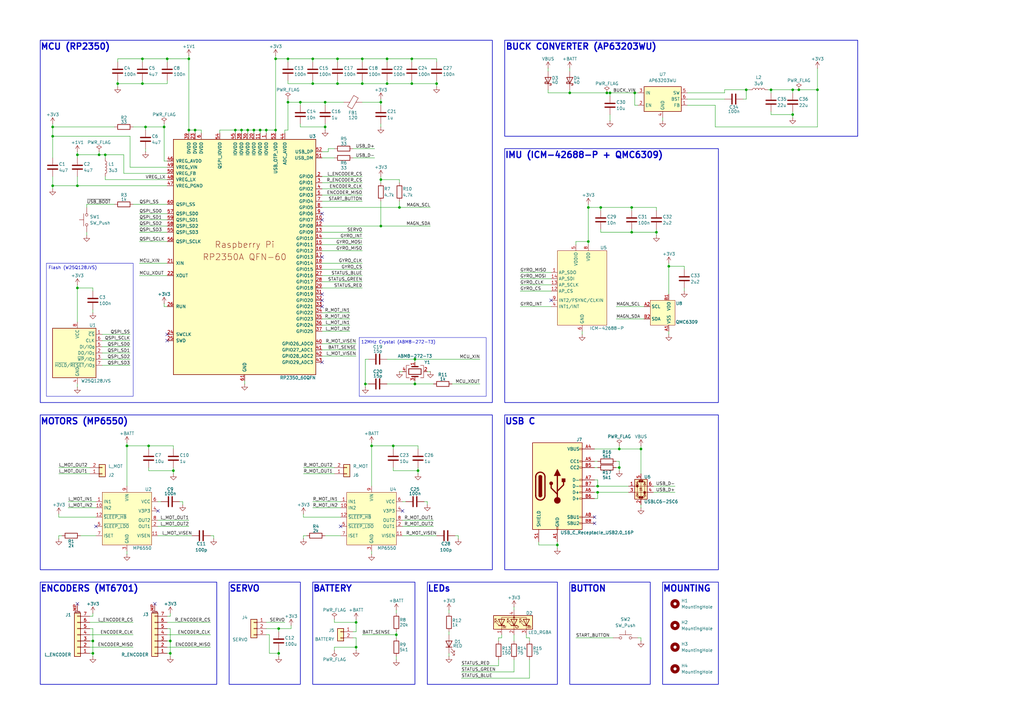
<source format=kicad_sch>
(kicad_sch (version 20250114) (generator "eeschema") (generator_version "9.0")
  (paper "A3")
  (title_block (date "2025-09-13") (rev "20250913A"))
  (rectangle (start 175.26 238.76) (end 228.6 280.67) (stroke (width 0.254)))
  (rectangle (start 16.51 238.76) (end 88.9 280.67) (stroke (width 0.254)))
  (rectangle (start 207.01 170.18) (end 294.64 233.68) (stroke (width 0.254)))
  (rectangle (start 19.05 107.95) (end 54.61 162.56))
  (rectangle (start 93.98 238.76) (end 123.19 280.67) (stroke (width 0.254)))
  (rectangle (start 16.51 170.18) (end 201.93 233.68) (stroke (width 0.254)))
  (rectangle (start 128.27 238.76) (end 170.18 280.67) (stroke (width 0.254)))
  (rectangle (start 207.01 60.96) (end 294.64 165.1) (stroke (width 0.254)))
  (rectangle (start 207.01 16.51) (end 351.79 55.88) (stroke (width 0.254)))
  (rectangle (start 147.32 138.43) (end 199.39 162.56))
  (rectangle (start 271.78 238.76) (end 294.64 280.67) (stroke (width 0.254)))
  (rectangle (start 233.68 238.76) (end 266.7 280.67) (stroke (width 0.254)))
  (rectangle (start 16.51 16.51) (end 201.93 165.1) (stroke (width 0.254)))
  (text "BUCK CONVERTER (AP63203WU)" (at 207.264 17.78 0) (effects (font (size 2.54 2.54) (thickness 0.508) (bold yes)) (justify left top)))
  (text "USB C" (at 207.01 171.45 0) (effects (font (size 2.54 2.54) (thickness 0.508) (bold yes)) (justify left top)))
  (text "IMU (ICM-42688-P + QMC6309)" (at 207.01 62.23 0) (effects (font (size 2.54 2.54) (thickness 0.508) (bold yes)) (justify left top)))
  (text "ENCODERS (MT6701)" (at 16.51 240.03 0) (effects (font (size 2.54 2.54) (thickness 0.508) (bold yes)) (justify left top)))
  (text "BUTTON" (at 233.68 240.03 0) (effects (font (size 2.54 2.54) (thickness 0.508) (bold yes)) (justify left top)))
  (text "MOTORS (MP6550)" (at 16.51 171.45 0) (effects (font (size 2.54 2.54) (thickness 0.508) (bold yes)) (justify left top)))
  (text "SERVO" (at 93.98 240.03 0) (effects (font (size 2.54 2.54) (thickness 0.508) (bold yes)) (justify left top)))
  (text "Flash (W25Q128JVS)" (at 19.812 109.22 0) (effects (font (size 1.27 1.27)) (justify left top)))
  (text "LEDs" (at 175.26 240.03 0) (effects (font (size 2.54 2.54) (thickness 0.508) (bold yes)) (justify left top)))
  (text "MCU (RP2350)" (at 16.51 17.78 0) (effects (font (size 2.54 2.54) (thickness 0.508) (bold yes)) (justify left top)))
  (text "12MHz Crystal (ABM8-272-T3)" (at 148.082 139.7 0) (effects (font (size 1.27 1.27)) (justify left top)))
  (text "BATTERY" (at 128.27 240.03 0) (effects (font (size 2.54 2.54) (thickness 0.508) (bold yes)) (justify left top)))
  (text "MOUNTING" (at 271.78 240.03 0) (effects (font (size 2.54 2.54) (thickness 0.508) (bold yes)) (justify left top)))
  (junction (at 52.07 182.88))
  (junction (at 170.18 157.48))
  (junction (at 138.43 34.29))
  (junction (at 233.68 38.1))
  (junction (at 274.32 109.22))
  (junction (at 254 184.15))
  (junction (at 163.83 85.09))
  (junction (at 58.42 34.29))
  (junction (at 31.75 118.11))
  (junction (at 262.89 184.15))
  (junction (at 77.47 53.34))
  (junction (at 106.68 53.34))
  (junction (at 128.27 34.29))
  (junction (at 80.01 53.34))
  (junction (at 59.69 52.07))
  (junction (at 133.35 41.91))
  (junction (at 114.3 257.81))
  (junction (at 21.59 76.2))
  (junction (at 158.75 34.29))
  (junction (at 156.21 41.91))
  (junction (at 118.11 24.13))
  (junction (at 40.64 63.5))
  (junction (at 316.23 36.83))
  (junction (at 228.6 223.52))
  (junction (at 21.59 55.88))
  (junction (at 146.05 255.27))
  (junction (at 269.24 95.25))
  (junction (at 260.35 38.1))
  (junction (at 58.42 24.13))
  (junction (at 250.19 38.1))
  (junction (at 161.29 182.88))
  (junction (at 254 191.77))
  (junction (at 325.12 46.99))
  (junction (at 133.35 52.07))
  (junction (at 38.1 262.89))
  (junction (at 149.86 157.48))
  (junction (at 245.11 201.93))
  (junction (at 31.75 76.2))
  (junction (at 21.59 52.07))
  (junction (at 241.3 85.09))
  (junction (at 99.06 53.34))
  (junction (at 114.3 267.97))
  (junction (at 168.91 34.29))
  (junction (at 101.6 53.34))
  (junction (at 170.18 147.32))
  (junction (at 241.3 99.06))
  (junction (at 96.52 53.34))
  (junction (at 248.92 38.1))
  (junction (at 306.07 36.83))
  (junction (at 168.91 24.13))
  (junction (at 162.56 260.35))
  (junction (at 171.45 193.04))
  (junction (at 31.75 63.5))
  (junction (at 123.19 41.91))
  (junction (at 335.28 36.83))
  (junction (at 179.07 34.29))
  (junction (at 327.66 36.83))
  (junction (at 245.11 199.39))
  (junction (at 43.18 63.5))
  (junction (at 109.22 53.34))
  (junction (at 146.05 265.43))
  (junction (at 38.1 267.97))
  (junction (at 104.14 53.34))
  (junction (at 60.96 182.88))
  (junction (at 77.47 24.13))
  (junction (at 138.43 24.13))
  (junction (at 48.26 34.29))
  (junction (at 259.08 85.09))
  (junction (at 67.31 52.07))
  (junction (at 158.75 24.13))
  (junction (at 156.21 92.71))
  (junction (at 113.03 24.13))
  (junction (at 325.12 36.83))
  (junction (at 148.59 34.29))
  (junction (at 69.85 262.89))
  (junction (at 118.11 41.91))
  (junction (at 69.85 267.97))
  (junction (at 113.03 53.34))
  (junction (at 246.38 85.09))
  (junction (at 259.08 95.25))
  (junction (at 68.58 24.13))
  (junction (at 156.21 73.66))
  (junction (at 128.27 24.13))
  (junction (at 148.59 24.13))
  (junction (at 71.12 193.04))
  (junction (at 152.4 182.88))
  (no_connect (at 31.75 247.65))
  (no_connect (at 39.37 215.9))
  (no_connect (at 132.08 105.41))
  (no_connect (at 68.58 137.16))
  (no_connect (at 243.84 212.09))
  (no_connect (at 63.5 247.65))
  (no_connect (at 132.08 87.63))
  (no_connect (at 165.1 209.55))
  (no_connect (at 139.7 215.9))
  (no_connect (at 132.08 90.17))
  (no_connect (at 68.58 139.7))
  (no_connect (at 132.08 123.19))
  (no_connect (at 243.84 214.63))
  (no_connect (at 132.08 125.73))
  (no_connect (at 226.06 123.19))
  (no_connect (at 64.77 209.55))
  (no_connect (at 132.08 120.65))
  (no_connect (at 132.08 148.59))
  (wire (pts (xy 189.23 275.59) (xy 210.82 275.59)))
  (wire (pts (xy 246.38 95.25) (xy 259.08 95.25)))
  (wire (pts (xy 68.58 68.58) (xy 53.34 68.58)))
  (wire (pts (xy 57.15 90.17) (xy 68.58 90.17)))
  (wire (pts (xy 233.68 27.94) (xy 233.68 29.21)))
  (wire (pts (xy 119.38 256.54) (xy 119.38 257.81)))
  (wire (pts (xy 149.86 157.48) (xy 149.86 158.75)))
  (wire (pts (xy 132.08 74.93) (xy 148.59 74.93)))
  (wire (pts (xy 161.29 182.88) (xy 171.45 182.88)))
  (wire (pts (xy 58.42 25.4) (xy 58.42 24.13)))
  (wire (pts (xy 31.75 118.11) (xy 38.1 118.11)))
  (wire (pts (xy 132.08 146.05) (xy 146.05 146.05)))
  (wire (pts (xy 146.05 143.51) (xy 132.08 143.51)))
  (wire (pts (xy 57.15 113.03) (xy 68.58 113.03)))
  (wire (pts (xy 148.59 24.13) (xy 158.75 24.13)))
  (wire (pts (xy 170.18 147.32) (xy 170.18 148.59)))
  (wire (pts (xy 50.8 63.5) (xy 43.18 63.5)))
  (wire (pts (xy 43.18 73.66) (xy 68.58 73.66)))
  (wire (pts (xy 148.59 260.35) (xy 162.56 260.35)))
  (wire (pts (xy 53.34 139.7) (xy 41.91 139.7)))
  (wire (pts (xy 138.43 24.13) (xy 148.59 24.13)))
  (wire (pts (xy 210.82 275.59) (xy 210.82 270.51)))
  (wire (pts (xy 281.94 43.18) (xy 293.37 43.18)))
  (wire (pts (xy 267.97 201.93) (xy 276.86 201.93)))
  (wire (pts (xy 162.56 250.19) (xy 162.56 251.46)))
  (wire (pts (xy 87.63 219.71) (xy 87.63 220.98)))
  (wire (pts (xy 133.35 219.71) (xy 139.7 219.71)))
  (wire (pts (xy 245.11 199.39) (xy 245.11 196.85)))
  (wire (pts (xy 24.13 220.98) (xy 24.13 219.71)))
  (wire (pts (xy 262.89 182.88) (xy 262.89 184.15)))
  (wire (pts (xy 158.75 24.13) (xy 158.75 25.4)))
  (wire (pts (xy 24.13 212.09) (xy 39.37 212.09)))
  (wire (pts (xy 241.3 99.06) (xy 236.22 99.06)))
  (wire (pts (xy 163.83 82.55) (xy 163.83 85.09)))
  (wire (pts (xy 128.27 33.02) (xy 128.27 34.29)))
  (wire (pts (xy 118.11 41.91) (xy 118.11 53.34)))
  (wire (pts (xy 86.36 219.71) (xy 87.63 219.71)))
  (wire (pts (xy 184.15 260.35) (xy 184.15 259.08)))
  (wire (pts (xy 158.75 157.48) (xy 170.18 157.48)))
  (wire (pts (xy 109.22 53.34) (xy 109.22 54.61)))
  (wire (pts (xy 243.84 189.23) (xy 245.11 189.23)))
  (wire (pts (xy 99.06 53.34) (xy 101.6 53.34)))
  (wire (pts (xy 68.58 257.81) (xy 69.85 257.81)))
  (wire (pts (xy 165.1 215.9) (xy 177.8 215.9)))
  (wire (pts (xy 123.19 52.07) (xy 133.35 52.07)))
  (wire (pts (xy 134.62 60.96) (xy 137.16 60.96)))
  (wire (pts (xy 175.26 152.4) (xy 176.53 152.4)))
  (wire (pts (xy 184.15 250.19) (xy 184.15 251.46)))
  (wire (pts (xy 119.38 257.81) (xy 114.3 257.81)))
  (wire (pts (xy 267.97 199.39) (xy 276.86 199.39)))
  (wire (pts (xy 143.51 130.81) (xy 132.08 130.81)))
  (wire (pts (xy 57.15 95.25) (xy 68.58 95.25)))
  (wire (pts (xy 325.12 36.83) (xy 325.12 38.1)))
  (wire (pts (xy 58.42 34.29) (xy 68.58 34.29)))
  (wire (pts (xy 68.58 255.27) (xy 86.36 255.27)))
  (wire (pts (xy 262.89 184.15) (xy 262.89 194.31)))
  (wire (pts (xy 41.91 147.32) (xy 53.34 147.32)))
  (wire (pts (xy 228.6 222.25) (xy 228.6 223.52)))
  (wire (pts (xy 27.94 208.28) (xy 39.37 208.28)))
  (wire (pts (xy 80.01 53.34) (xy 77.47 53.34)))
  (wire (pts (xy 38.1 118.11) (xy 38.1 119.38)))
  (wire (pts (xy 99.06 53.34) (xy 99.06 54.61)))
  (wire (pts (xy 36.83 260.35) (xy 54.61 260.35)))
  (wire (pts (xy 36.83 262.89) (xy 38.1 262.89)))
  (wire (pts (xy 156.21 82.55) (xy 156.21 92.71)))
  (wire (pts (xy 52.07 181.61) (xy 52.07 182.88)))
  (wire (pts (xy 113.03 24.13) (xy 118.11 24.13)))
  (wire (pts (xy 165.1 205.74) (xy 166.37 205.74)))
  (wire (pts (xy 43.18 63.5) (xy 43.18 64.77)))
  (wire (pts (xy 48.26 33.02) (xy 48.26 34.29)))
  (wire (pts (xy 58.42 33.02) (xy 58.42 34.29)))
  (wire (pts (xy 148.59 24.13) (xy 148.59 25.4)))
  (wire (pts (xy 156.21 40.64) (xy 156.21 41.91)))
  (wire (pts (xy 132.08 85.09) (xy 163.83 85.09)))
  (wire (pts (xy 148.59 100.33) (xy 132.08 100.33)))
  (wire (pts (xy 68.58 262.89) (xy 69.85 262.89)))
  (wire (pts (xy 269.24 85.09) (xy 269.24 86.36)))
  (wire (pts (xy 163.83 73.66) (xy 163.83 74.93)))
  (wire (pts (xy 67.31 52.07) (xy 59.69 52.07)))
  (wire (pts (xy 41.91 142.24) (xy 53.34 142.24)))
  (wire (pts (xy 132.08 140.97) (xy 146.05 140.97)))
  (wire (pts (xy 262.89 261.62) (xy 261.62 261.62)))
  (wire (pts (xy 21.59 55.88) (xy 53.34 55.88)))
  (wire (pts (xy 220.98 223.52) (xy 228.6 223.52)))
  (wire (pts (xy 71.12 193.04) (xy 71.12 194.31)))
  (wire (pts (xy 148.59 102.87) (xy 132.08 102.87)))
  (wire (pts (xy 21.59 76.2) (xy 31.75 76.2)))
  (wire (pts (xy 259.08 85.09) (xy 269.24 85.09)))
  (wire (pts (xy 68.58 66.04) (xy 67.31 66.04)))
  (wire (pts (xy 24.13 210.82) (xy 24.13 212.09)))
  (wire (pts (xy 133.35 52.07) (xy 133.35 53.34)))
  (wire (pts (xy 314.96 36.83) (xy 316.23 36.83)))
  (wire (pts (xy 161.29 193.04) (xy 171.45 193.04)))
  (wire (pts (xy 123.19 43.18) (xy 123.19 41.91)))
  (wire (pts (xy 297.18 36.83) (xy 297.18 38.1)))
  (wire (pts (xy 132.08 118.11) (xy 148.59 118.11)))
  (wire (pts (xy 252.73 130.81) (xy 264.16 130.81)))
  (wire (pts (xy 156.21 92.71) (xy 176.53 92.71)))
  (wire (pts (xy 31.75 118.11) (xy 31.75 132.08)))
  (wire (pts (xy 250.19 38.1) (xy 260.35 38.1)))
  (wire (pts (xy 259.08 95.25) (xy 269.24 95.25)))
  (wire (pts (xy 260.35 38.1) (xy 260.35 43.18)))
  (wire (pts (xy 41.91 137.16) (xy 53.34 137.16)))
  (wire (pts (xy 90.17 53.34) (xy 96.52 53.34)))
  (wire (pts (xy 241.3 85.09) (xy 241.3 99.06)))
  (wire (pts (xy 106.68 53.34) (xy 106.68 54.61)))
  (wire (pts (xy 38.1 257.81) (xy 38.1 262.89)))
  (wire (pts (xy 57.15 92.71) (xy 68.58 92.71)))
  (wire (pts (xy 262.89 184.15) (xy 254 184.15)))
  (wire (pts (xy 243.84 199.39) (xy 245.11 199.39)))
  (wire (pts (xy 21.59 76.2) (xy 21.59 77.47)))
  (wire (pts (xy 236.22 261.62) (xy 251.46 261.62)))
  (wire (pts (xy 57.15 99.06) (xy 68.58 99.06)))
  (wire (pts (xy 38.1 262.89) (xy 38.1 267.97)))
  (wire (pts (xy 54.61 52.07) (xy 59.69 52.07)))
  (wire (pts (xy 248.92 38.1) (xy 250.19 38.1)))
  (wire (pts (xy 21.59 52.07) (xy 46.99 52.07)))
  (wire (pts (xy 132.08 77.47) (xy 148.59 77.47)))
  (wire (pts (xy 152.4 226.06) (xy 152.4 227.33)))
  (wire (pts (xy 113.03 24.13) (xy 113.03 53.34)))
  (wire (pts (xy 132.08 64.77) (xy 137.16 64.77)))
  (wire (pts (xy 152.4 182.88) (xy 161.29 182.88)))
  (wire (pts (xy 156.21 73.66) (xy 163.83 73.66)))
  (wire (pts (xy 156.21 73.66) (xy 156.21 74.93)))
  (wire (pts (xy 259.08 95.25) (xy 259.08 93.98)))
  (wire (pts (xy 241.3 85.09) (xy 246.38 85.09)))
  (wire (pts (xy 204.47 262.89) (xy 204.47 261.62)))
  (wire (pts (xy 67.31 125.73) (xy 68.58 125.73)))
  (wire (pts (xy 189.23 273.05) (xy 204.47 273.05)))
  (wire (pts (xy 48.26 24.13) (xy 58.42 24.13)))
  (wire (pts (xy 38.1 127) (xy 38.1 128.27)))
  (wire (pts (xy 316.23 36.83) (xy 325.12 36.83)))
  (wire (pts (xy 293.37 52.07) (xy 293.37 43.18)))
  (wire (pts (xy 162.56 259.08) (xy 162.56 260.35)))
  (wire (pts (xy 64.77 213.36) (xy 77.47 213.36)))
  (wire (pts (xy 163.83 85.09) (xy 176.53 85.09)))
  (wire (pts (xy 36.83 267.97) (xy 38.1 267.97)))
  (wire (pts (xy 35.56 83.82) (xy 35.56 85.09)))
  (wire (pts (xy 213.36 116.84) (xy 226.06 116.84)))
  (wire (pts (xy 132.08 113.03) (xy 148.59 113.03)))
  (wire (pts (xy 280.67 118.11) (xy 280.67 119.38)))
  (wire (pts (xy 158.75 33.02) (xy 158.75 34.29)))
  (wire (pts (xy 40.64 62.23) (xy 40.64 63.5)))
  (wire (pts (xy 151.13 157.48) (xy 149.86 157.48)))
  (wire (pts (xy 57.15 87.63) (xy 68.58 87.63)))
  (wire (pts (xy 245.11 204.47) (xy 243.84 204.47)))
  (wire (pts (xy 335.28 36.83) (xy 335.28 52.07)))
  (wire (pts (xy 274.32 109.22) (xy 274.32 107.95)))
  (wire (pts (xy 179.07 34.29) (xy 179.07 35.56)))
  (wire (pts (xy 316.23 36.83) (xy 316.23 38.1)))
  (wire (pts (xy 110.49 260.35) (xy 110.49 267.97)))
  (wire (pts (xy 213.36 119.38) (xy 226.06 119.38)))
  (wire (pts (xy 133.35 41.91) (xy 133.35 43.18)))
  (wire (pts (xy 68.58 34.29) (xy 68.58 33.02)))
  (wire (pts (xy 162.56 269.24) (xy 162.56 270.51)))
  (wire (pts (xy 36.83 255.27) (xy 54.61 255.27)))
  (wire (pts (xy 245.11 201.93) (xy 245.11 204.47)))
  (wire (pts (xy 128.27 208.28) (xy 139.7 208.28)))
  (wire (pts (xy 215.9 260.35) (xy 215.9 261.62)))
  (wire (pts (xy 69.85 262.89) (xy 69.85 267.97)))
  (wire (pts (xy 31.75 64.77) (xy 31.75 63.5)))
  (wire (pts (xy 148.59 110.49) (xy 132.08 110.49)))
  (wire (pts (xy 148.59 107.95) (xy 132.08 107.95)))
  (wire (pts (xy 213.36 111.76) (xy 226.06 111.76)))
  (wire (pts (xy 241.3 83.82) (xy 241.3 85.09)))
  (wire (pts (xy 252.73 191.77) (xy 254 191.77)))
  (wire (pts (xy 134.62 62.23) (xy 134.62 60.96)))
  (wire (pts (xy 24.13 219.71) (xy 25.4 219.71)))
  (wire (pts (xy 52.07 226.06) (xy 52.07 227.33)))
  (wire (pts (xy 110.49 267.97) (xy 114.3 267.97)))
  (wire (pts (xy 243.84 191.77) (xy 245.11 191.77)))
  (wire (pts (xy 165.1 152.4) (xy 163.83 152.4)))
  (wire (pts (xy 148.59 72.39) (xy 132.08 72.39)))
  (wire (pts (xy 325.12 36.83) (xy 327.66 36.83)))
  (wire (pts (xy 252.73 189.23) (xy 254 189.23)))
  (wire (pts (xy 271.78 48.26) (xy 271.78 49.53)))
  (wire (pts (xy 146.05 261.62) (xy 146.05 265.43)))
  (wire (pts (xy 68.58 265.43) (xy 86.36 265.43)))
  (wire (pts (xy 118.11 40.64) (xy 118.11 41.91)))
  (wire (pts (xy 54.61 83.82) (xy 68.58 83.82)))
  (wire (pts (xy 67.31 124.46) (xy 67.31 125.73)))
  (wire (pts (xy 110.49 260.35) (xy 109.22 260.35)))
  (wire (pts (xy 124.46 212.09) (xy 139.7 212.09)))
  (wire (pts (xy 168.91 24.13) (xy 168.91 25.4)))
  (wire (pts (xy 68.58 24.13) (xy 68.58 25.4)))
  (wire (pts (xy 114.3 257.81) (xy 114.3 259.08)))
  (wire (pts (xy 48.26 34.29) (xy 58.42 34.29)))
  (wire (pts (xy 148.59 34.29) (xy 158.75 34.29)))
  (wire (pts (xy 36.83 257.81) (xy 38.1 257.81)))
  (wire (pts (xy 124.46 210.82) (xy 124.46 212.09)))
  (wire (pts (xy 48.26 34.29) (xy 48.26 35.56)))
  (wire (pts (xy 236.22 99.06) (xy 236.22 100.33)))
  (wire (pts (xy 165.1 219.71) (xy 179.07 219.71)))
  (wire (pts (xy 128.27 24.13) (xy 128.27 25.4)))
  (wire (pts (xy 246.38 85.09) (xy 259.08 85.09)))
  (wire (pts (xy 59.69 52.07) (xy 59.69 53.34)))
  (wire (pts (xy 123.19 50.8) (xy 123.19 52.07)))
  (wire (pts (xy 109.22 53.34) (xy 113.03 53.34)))
  (wire (pts (xy 31.75 62.23) (xy 31.75 63.5)))
  (wire (pts (xy 213.36 125.73) (xy 226.06 125.73)))
  (wire (pts (xy 132.08 95.25) (xy 148.59 95.25)))
  (wire (pts (xy 146.05 265.43) (xy 146.05 266.7)))
  (wire (pts (xy 220.98 222.25) (xy 220.98 223.52)))
  (wire (pts (xy 233.68 36.83) (xy 233.68 38.1)))
  (wire (pts (xy 204.47 270.51) (xy 204.47 273.05)))
  (wire (pts (xy 306.07 40.64) (xy 306.07 36.83)))
  (wire (pts (xy 52.07 182.88) (xy 52.07 199.39)))
  (wire (pts (xy 243.84 201.93) (xy 245.11 201.93)))
  (wire (pts (xy 60.96 182.88) (xy 71.12 182.88)))
  (wire (pts (xy 124.46 219.71) (xy 125.73 219.71)))
  (wire (pts (xy 171.45 193.04) (xy 171.45 191.77)))
  (wire (pts (xy 132.08 80.01) (xy 148.59 80.01)))
  (wire (pts (xy 281.94 40.64) (xy 297.18 40.64)))
  (wire (pts (xy 35.56 83.82) (xy 46.99 83.82)))
  (wire (pts (xy 104.14 53.34) (xy 106.68 53.34)))
  (wire (pts (xy 31.75 157.48) (xy 31.75 158.75)))
  (wire (pts (xy 64.77 219.71) (xy 78.74 219.71)))
  (wire (pts (xy 162.56 260.35) (xy 162.56 261.62)))
  (wire (pts (xy 137.16 191.77) (xy 124.46 191.77)))
  (wire (pts (xy 74.93 205.74) (xy 74.93 207.01)))
  (wire (pts (xy 168.91 24.13) (xy 179.07 24.13)))
  (wire (pts (xy 101.6 53.34) (xy 101.6 54.61)))
  (wire (pts (xy 335.28 52.07) (xy 293.37 52.07)))
  (wire (pts (xy 58.42 24.13) (xy 68.58 24.13)))
  (wire (pts (xy 124.46 220.98) (xy 124.46 219.71)))
  (wire (pts (xy 68.58 24.13) (xy 77.47 24.13)))
  (wire (pts (xy 80.01 53.34) (xy 80.01 54.61)))
  (wire (pts (xy 304.8 40.64) (xy 306.07 40.64)))
  (wire (pts (xy 274.32 135.89) (xy 274.32 137.16)))
  (wire (pts (xy 335.28 27.94) (xy 335.28 36.83)))
  (wire (pts (xy 161.29 182.88) (xy 161.29 184.15)))
  (wire (pts (xy 151.13 147.32) (xy 149.86 147.32)))
  (wire (pts (xy 262.89 262.89) (xy 262.89 261.62)))
  (wire (pts (xy 137.16 265.43) (xy 137.16 266.7)))
  (wire (pts (xy 133.35 41.91) (xy 123.19 41.91)))
  (wire (pts (xy 68.58 260.35) (xy 86.36 260.35)))
  (wire (pts (xy 57.15 107.95) (xy 68.58 107.95)))
  (wire (pts (xy 246.38 85.09) (xy 246.38 86.36)))
  (wire (pts (xy 245.11 199.39) (xy 257.81 199.39)))
  (wire (pts (xy 156.21 50.8) (xy 156.21 52.07)))
  (wire (pts (xy 82.55 53.34) (xy 80.01 53.34)))
  (wire (pts (xy 104.14 53.34) (xy 104.14 54.61)))
  (wire (pts (xy 132.08 62.23) (xy 134.62 62.23)))
  (wire (pts (xy 280.67 109.22) (xy 274.32 109.22)))
  (wire (pts (xy 325.12 46.99) (xy 325.12 48.26)))
  (wire (pts (xy 64.77 205.74) (xy 66.04 205.74)))
  (wire (pts (xy 269.24 93.98) (xy 269.24 95.25)))
  (wire (pts (xy 101.6 53.34) (xy 104.14 53.34)))
  (wire (pts (xy 224.79 27.94) (xy 224.79 29.21)))
  (wire (pts (xy 238.76 135.89) (xy 238.76 137.16)))
  (wire (pts (xy 262.89 207.01) (xy 262.89 208.28)))
  (wire (pts (xy 137.16 255.27) (xy 146.05 255.27)))
  (wire (pts (xy 38.1 252.73) (xy 36.83 252.73)))
  (wire (pts (xy 31.75 72.39) (xy 31.75 76.2)))
  (wire (pts (xy 143.51 135.89) (xy 132.08 135.89)))
  (wire (pts (xy 71.12 182.88) (xy 71.12 184.15)))
  (wire (pts (xy 52.07 182.88) (xy 60.96 182.88)))
  (wire (pts (xy 143.51 133.35) (xy 132.08 133.35)))
  (wire (pts (xy 21.59 50.8) (xy 21.59 52.07)))
  (wire (pts (xy 67.31 50.8) (xy 67.31 52.07)))
  (wire (pts (xy 74.93 205.74) (xy 73.66 205.74)))
  (wire (pts (xy 96.52 53.34) (xy 96.52 54.61)))
  (wire (pts (xy 21.59 52.07) (xy 21.59 55.88)))
  (wire (pts (xy 69.85 251.46) (xy 69.85 252.73)))
  (wire (pts (xy 179.07 34.29) (xy 179.07 33.02)))
  (wire (pts (xy 48.26 25.4) (xy 48.26 24.13)))
  (wire (pts (xy 189.23 278.13) (xy 217.17 278.13)))
  (wire (pts (xy 217.17 278.13) (xy 217.17 270.51)))
  (wire (pts (xy 246.38 93.98) (xy 246.38 95.25)))
  (wire (pts (xy 210.82 260.35) (xy 210.82 262.89)))
  (wire (pts (xy 132.08 92.71) (xy 156.21 92.71)))
  (wire (pts (xy 118.11 24.13) (xy 118.11 25.4)))
  (wire (pts (xy 241.3 99.06) (xy 241.3 100.33)))
  (wire (pts (xy 179.07 24.13) (xy 179.07 25.4)))
  (wire (pts (xy 148.59 41.91) (xy 156.21 41.91)))
  (wire (pts (xy 31.75 116.84) (xy 31.75 118.11)))
  (wire (pts (xy 100.33 157.48) (xy 100.33 156.21)))
  (wire (pts (xy 41.91 144.78) (xy 53.34 144.78)))
  (wire (pts (xy 38.1 269.24) (xy 38.1 267.97)))
  (wire (pts (xy 146.05 254) (xy 146.05 255.27)))
  (wire (pts (xy 114.3 266.7) (xy 114.3 267.97)))
  (wire (pts (xy 158.75 34.29) (xy 168.91 34.29)))
  (wire (pts (xy 156.21 41.91) (xy 156.21 43.18)))
  (wire (pts (xy 77.47 53.34) (xy 77.47 54.61)))
  (wire (pts (xy 118.11 53.34) (xy 116.84 53.34)))
  (wire (pts (xy 228.6 223.52) (xy 228.6 224.79)))
  (wire (pts (xy 118.11 33.02) (xy 118.11 34.29)))
  (wire (pts (xy 38.1 251.46) (xy 38.1 252.73)))
  (wire (pts (xy 128.27 24.13) (xy 138.43 24.13)))
  (wire (pts (xy 137.16 254) (xy 137.16 255.27)))
  (wire (pts (xy 184.15 267.97) (xy 184.15 269.24)))
  (wire (pts (xy 204.47 261.62) (xy 205.74 261.62)))
  (wire (pts (xy 113.03 53.34) (xy 113.03 54.61)))
  (wire (pts (xy 152.4 181.61) (xy 152.4 182.88)))
  (wire (pts (xy 213.36 114.3) (xy 226.06 114.3)))
  (wire (pts (xy 168.91 34.29) (xy 179.07 34.29)))
  (wire (pts (xy 254 184.15) (xy 243.84 184.15)))
  (wire (pts (xy 148.59 33.02) (xy 148.59 34.29)))
  (wire (pts (xy 132.08 115.57) (xy 148.59 115.57)))
  (wire (pts (xy 186.69 219.71) (xy 187.96 219.71)))
  (wire (pts (xy 36.83 265.43) (xy 54.61 265.43)))
  (wire (pts (xy 132.08 82.55) (xy 148.59 82.55)))
  (wire (pts (xy 114.3 269.24) (xy 114.3 267.97)))
  (wire (pts (xy 36.83 194.31) (xy 24.13 194.31)))
  (wire (pts (xy 217.17 261.62) (xy 217.17 262.89)))
  (wire (pts (xy 118.11 24.13) (xy 128.27 24.13)))
  (wire (pts (xy 259.08 85.09) (xy 259.08 86.36)))
  (wire (pts (xy 252.73 125.73) (xy 264.16 125.73)))
  (wire (pts (xy 327.66 36.83) (xy 335.28 36.83)))
  (wire (pts (xy 31.75 76.2) (xy 68.58 76.2)))
  (wire (pts (xy 325.12 46.99) (xy 325.12 45.72)))
  (wire (pts (xy 260.35 38.1) (xy 261.62 38.1)))
  (wire (pts (xy 175.26 207.01) (xy 175.26 205.74)))
  (wire (pts (xy 113.03 22.86) (xy 113.03 24.13)))
  (wire (pts (xy 205.74 261.62) (xy 205.74 260.35)))
  (wire (pts (xy 254 189.23) (xy 254 191.77)))
  (wire (pts (xy 168.91 33.02) (xy 168.91 34.29)))
  (wire (pts (xy 137.16 194.31) (xy 124.46 194.31)))
  (wire (pts (xy 171.45 182.88) (xy 171.45 184.15)))
  (wire (pts (xy 71.12 193.04) (xy 71.12 191.77)))
  (wire (pts (xy 316.23 46.99) (xy 325.12 46.99)))
  (wire (pts (xy 31.75 63.5) (xy 40.64 63.5)))
  (wire (pts (xy 69.85 252.73) (xy 68.58 252.73)))
  (wire (pts (xy 82.55 54.61) (xy 82.55 53.34)))
  (wire (pts (xy 118.11 34.29) (xy 128.27 34.29)))
  (wire (pts (xy 138.43 24.13) (xy 138.43 25.4)))
  (wire (pts (xy 40.64 63.5) (xy 43.18 63.5)))
  (wire (pts (xy 297.18 36.83) (xy 306.07 36.83)))
  (wire (pts (xy 59.69 60.96) (xy 59.69 62.23)))
  (wire (pts (xy 158.75 147.32) (xy 170.18 147.32)))
  (wire (pts (xy 185.42 157.48) (xy 196.85 157.48)))
  (wire (pts (xy 33.02 219.71) (xy 39.37 219.71)))
  (wire (pts (xy 187.96 219.71) (xy 187.96 220.98)))
  (wire (pts (xy 170.18 157.48) (xy 170.18 156.21)))
  (wire (pts (xy 128.27 34.29) (xy 138.43 34.29)))
  (wire (pts (xy 60.96 182.88) (xy 60.96 184.15)))
  (wire (pts (xy 43.18 72.39) (xy 43.18 73.66)))
  (wire (pts (xy 146.05 255.27) (xy 146.05 259.08)))
  (wire (pts (xy 148.59 97.79) (xy 132.08 97.79)))
  (wire (pts (xy 254 182.88) (xy 254 184.15)))
  (wire (pts (xy 109.22 255.27) (xy 116.84 255.27)))
  (wire (pts (xy 106.68 53.34) (xy 109.22 53.34)))
  (wire (pts (xy 171.45 193.04) (xy 171.45 194.31)))
  (wire (pts (xy 307.34 36.83) (xy 306.07 36.83)))
  (wire (pts (xy 274.32 109.22) (xy 274.32 120.65)))
  (wire (pts (xy 123.19 41.91) (xy 118.11 41.91)))
  (wire (pts (xy 69.85 257.81) (xy 69.85 262.89)))
  (wire (pts (xy 250.19 46.99) (xy 250.19 49.53)))
  (wire (pts (xy 165.1 213.36) (xy 177.8 213.36)))
  (wire (pts (xy 280.67 109.22) (xy 280.67 110.49)))
  (wire (pts (xy 196.85 147.32) (xy 170.18 147.32)))
  (wire (pts (xy 90.17 54.61) (xy 90.17 53.34)))
  (wire (pts (xy 60.96 193.04) (xy 71.12 193.04)))
  (wire (pts (xy 77.47 22.86) (xy 77.47 24.13)))
  (wire (pts (xy 175.26 205.74) (xy 173.99 205.74)))
  (wire (pts (xy 144.78 60.96) (xy 153.67 60.96)))
  (wire (pts (xy 69.85 267.97) (xy 69.85 269.24)))
  (wire (pts (xy 60.96 191.77) (xy 60.96 193.04)))
  (wire (pts (xy 67.31 66.04) (xy 67.31 52.07)))
  (wire (pts (xy 152.4 182.88) (xy 152.4 199.39)))
  (wire (pts (xy 21.59 72.39) (xy 21.59 76.2)))
  (wire (pts (xy 156.21 72.39) (xy 156.21 73.66)))
  (wire (pts (xy 161.29 191.77) (xy 161.29 193.04)))
  (wire (pts (xy 316.23 45.72) (xy 316.23 46.99)))
  (wire (pts (xy 149.86 147.32) (xy 149.86 157.48)))
  (wire (pts (xy 297.18 38.1) (xy 281.94 38.1)))
  (wire (pts (xy 138.43 34.29) (xy 148.59 34.29)))
  (wire (pts (xy 250.19 38.1) (xy 250.19 39.37)))
  (wire (pts (xy 158.75 24.13) (xy 168.91 24.13)))
  (wire (pts (xy 144.78 64.77) (xy 153.67 64.77)))
  (wire (pts (xy 114.3 257.81) (xy 109.22 257.81)))
  (wire (pts (xy 68.58 71.12) (xy 50.8 71.12)))
  (wire (pts (xy 177.8 157.48) (xy 170.18 157.48)))
  (wire (pts (xy 50.8 63.5) (xy 50.8 71.12)))
  (wire (pts (xy 143.51 128.27) (xy 132.08 128.27)))
  (wire (pts (xy 128.27 205.74) (xy 139.7 205.74)))
  (wire (pts (xy 27.94 205.74) (xy 39.37 205.74)))
  (wire (pts (xy 254 191.77) (xy 254 193.04)))
  (wire (pts (xy 140.97 41.91) (xy 133.35 41.91)))
  (wire (pts (xy 69.85 267.97) (xy 68.58 267.97)))
  (wire (pts (xy 269.24 95.25) (xy 269.24 96.52)))
  (wire (pts (xy 77.47 24.13) (xy 77.47 53.34)))
  (wire (pts (xy 53.34 55.88) (xy 53.34 68.58)))
  (wire (pts (xy 36.83 191.77) (xy 24.13 191.77)))
  (wire (pts (xy 138.43 33.02) (xy 138.43 34.29)))
  (wire (pts (xy 35.56 95.25) (xy 35.56 96.52)))
  (wire (pts (xy 260.35 43.18) (xy 261.62 43.18)))
  (wire (pts (xy 21.59 55.88) (xy 21.59 64.77)))
  (wire (pts (xy 41.91 149.86) (xy 53.34 149.86)))
  (wire (pts (xy 146.05 259.08) (xy 144.78 259.08)))
  (wire (pts (xy 146.05 265.43) (xy 137.16 265.43)))
  (wire (pts (xy 245.11 201.93) (xy 257.81 201.93)))
  (wire (pts (xy 133.35 52.07) (xy 133.35 50.8)))
  (wire (pts (xy 144.78 261.62) (xy 146.05 261.62)))
  (wire (pts (xy 224.79 38.1) (xy 233.68 38.1)))
  (wire (pts (xy 64.77 215.9) (xy 77.47 215.9)))
  (wire (pts (xy 233.68 38.1) (xy 248.92 38.1)))
  (wire (pts (xy 116.84 53.34) (xy 116.84 54.61)))
  (wire (pts (xy 224.79 36.83) (xy 224.79 38.1)))
  (wire (pts (xy 215.9 261.62) (xy 217.17 261.62)))
  (wire (pts (xy 96.52 53.34) (xy 99.06 53.34)))
  (wire (pts (xy 245.11 196.85) (xy 243.84 196.85)))
  (wire (pts (xy 210.82 248.92) (xy 210.82 250.19)))
  (label "R_MOT_OUT1" (at 124.46 194.31 0))
  (label "GYRO_INT" (at 148.59 97.79 180))
  (label "L_MOT_VISEN" (at 78.74 219.71 180))
  (label "VREG_LX" (at 59.69 73.66 0))
  (label "QSPI_SD2" (at 57.15 92.71 0))
  (label "GYRO_MISO" (at 213.36 111.76 0))
  (label "L_MOT_OUT1" (at 77.47 213.36 180))
  (label "GYRO_CS" (at 213.36 119.38 0))
  (label "QSPI_SS" (at 53.34 137.16 180))
  (label "STATUS_RED" (at 148.59 118.11 180))
  (label "MAGN_SCL" (at 176.53 85.09 180))
  (label "USB_D-" (at 276.86 199.39 180))
  (label "R_MOT_IN1" (at 128.27 205.74 0))
  (label "MAGN_SCL" (at 252.73 125.73 0))
  (label "STATUS_RED" (at 189.23 273.05 0))
  (label "MAGN_SDA" (at 176.53 92.71 180))
  (label "L_ENCODER_CS" (at 54.61 255.27 180))
  (label "QSPI_SD1" (at 57.15 90.17 0))
  (label "L_ENCODER_CS" (at 148.59 72.39 180))
  (label "USB_D+" (at 153.67 60.96 180))
  (label "L_MOT_IN1" (at 27.94 205.74 0))
  (label "GYRO_CLK" (at 213.36 116.84 0))
  (label "ENCODER_CLK" (at 54.61 260.35 180))
  (label "BATT_SENSE" (at 146.05 143.51 180))
  (label "R_ENCODER_CS" (at 86.36 255.27 180))
  (label "L_MOT_IN2" (at 27.94 208.28 0))
  (label "STATUS_GREEN" (at 189.23 275.59 0))
  (label "R_MOT_OUT1" (at 177.8 213.36 180))
  (label "STATUS_GREEN" (at 148.59 115.57 180))
  (label "START_BUTTON" (at 148.59 82.55 180))
  (label "ENCODER_MISO" (at 86.36 265.43 180))
  (label "QSPI_SD3" (at 57.15 95.25 0))
  (label "START_BUTTON" (at 236.22 261.62 0))
  (label "R_MOT_OUT2" (at 124.46 191.77 0))
  (label "ENCODER_CLK" (at 148.59 77.47 180))
  (label "R_MOT_IN1" (at 143.51 128.27 180))
  (label "BUCK_VIN" (at 251.46 38.1 0))
  (label "L_MOT_IN1" (at 143.51 133.35 180))
  (label "R_MOT_VISEN" (at 146.05 140.97 180))
  (label "R_MOT_IN2" (at 143.51 130.81 180))
  (label "QSPI_SS" (at 57.15 83.82 0))
  (label "QSPI_SCLK" (at 53.34 139.7 180))
  (label "L_MOT_OUT1" (at 24.13 194.31 0))
  (label "GYRO_INT" (at 213.36 125.73 0))
  (label "GYRO_MISO" (at 148.59 102.87 180))
  (label "L_MOT_VISEN" (at 146.05 146.05 180))
  (label "STATUS_BLUE" (at 148.59 113.03 180))
  (label "R_MOT_IN2" (at 128.27 208.28 0))
  (label "MAGN_SDA" (at 252.73 130.81 0))
  (label "ENCODER_CLK" (at 86.36 260.35 180))
  (label "GYRO_MOSI" (at 213.36 114.3 0))
  (label "GYRO_CS" (at 148.59 110.49 180))
  (label "SERVO" (at 116.84 255.27 180))
  (label "QSPI_SD0" (at 53.34 142.24 180))
  (label "GYRO_CLK" (at 148.59 107.95 180))
  (label "QSPI_SD3" (at 53.34 149.86 180))
  (label "R_MOT_VISEN" (at 179.07 219.71 180))
  (label "QSPI_SD1" (at 53.34 144.78 180))
  (label "ENCODER_MISO" (at 54.61 265.43 180))
  (label "L_MOT_OUT2" (at 24.13 191.77 0))
  (label "QSPI_SD2" (at 53.34 147.32 180))
  (label "STATUS_BLUE" (at 189.23 278.13 0))
  (label "MCU_XOUT" (at 57.15 113.03 0))
  (label "R_ENCODER_CS" (at 148.59 74.93 180))
  (label "USB_D-" (at 153.67 64.77 180))
  (label "MCU_XIN" (at 196.85 147.32 180))
  (label "L_MOT_OUT2" (at 77.47 215.9 180))
  (label "SERVO" (at 148.59 95.25 180))
  (label "ENCODER_MISO" (at 148.59 80.01 180))
  (label "R_MOT_OUT2" (at 177.8 215.9 180))
  (label "QSPI_SD0" (at 57.15 87.63 0))
  (label "GYRO_MOSI" (at 148.59 100.33 180))
  (label "MCU_XOUT" (at 196.85 157.48 180))
  (label "BATT_SENSE" (at 148.59 260.35 0))
  (label "MCU_XIN" (at 57.15 107.95 0))
  (label "L_MOT_IN2" (at 143.51 135.89 180))
  (label "USB_D+" (at 276.86 201.93 180))
  (label "~{USB_BOOT}" (at 35.56 83.82 0))
  (label "QSPI_SCLK" (at 57.15 99.06 0))
  (symbol (lib_id "power:+3V3") (at 184.15 250.19 0) (unit 1)
    (property "Reference" "#PWR045" (effects (hide yes)))
    (property "Value" "+3V3" (at 184.15 246.38 0))
    (property "Description" "Power symbol creates a global label with name \"+3V3\"" (effects (hide yes)))
  )
  (symbol (lib_id "Device:R") (at 140.97 64.77 90) (mirror x) (unit 1)
    (property "Reference" "R6" (at 140.97 66.802 90))
    (property "Value" "33" (at 140.97 68.834 90))
    (property "Footprint" "Resistor_SMD:R_0402_1005Metric" (effects (hide yes)))
    (property "Description" "Resistor" (effects (hide yes)))
  )
  (symbol (lib_id "Device:LED") (at 184.15 264.16 90) (unit 1)
    (property "Reference" "D1" (at 187.706 263.144 90))
    (property "Value" "RED" (at 187.706 264.922 90))
    (property "Footprint" "LED_SMD:LED_0603_1608Metric" (effects (hide yes)))
    (property "Description" "Light emitting diode" (effects (hide yes)))
    (property "Sim.Pins" "1=K 2=A" (effects (hide yes)))
  )
  (symbol (lib_id "Device:C") (at 170.18 205.74 90) (unit 1)
    (property "Reference" "C25" (at 170.18 200.66 90))
    (property "Value" "100n" (at 170.18 202.438 90))
    (property "Footprint" "Capacitor_SMD:C_0402_1005Metric" (effects (hide yes)))
    (property "Description" "Unpolarized capacitor" (effects (hide yes)))
  )
  (symbol (lib_id "Device:R") (at 163.83 78.74 0) (unit 1)
    (property "Reference" "R10" (at 165.1 77.47 0) (effects (justify left)))
    (property "Value" "4.7k" (at 165.1 80.01 0) (effects (justify left)))
    (property "Footprint" "Resistor_SMD:R_0402_1005Metric" (effects (hide yes)))
    (property "Description" "Resistor" (effects (hide yes)))
  )
  (symbol (lib_id "Switch:SW_Push") (at 35.56 90.17 90) (unit 1)
    (property "Reference" "SW1" (at 36.83 88.8999 90) (effects (justify right)))
    (property "Value" "SW_Push" (at 36.83 91.4399 90) (effects (justify right)))
    (property "Footprint" "TS-1088-AR02016:SW_TS-1088-AR02016" (effects (hide yes)))
    (property "Description" "Push button switch, generic, two pins" (effects (hide yes)))
  )
  (symbol (lib_id "power:GND") (at 38.1 128.27 0) (unit 1)
    (property "Reference" "#PWR09" (effects (hide yes)))
    (property "Value" "GND" (effects (hide yes)))
    (property "Description" "Power symbol creates a global label with name \"GND\" , ground" (effects (hide yes)))
  )
  (symbol (lib_id "power:+3V3") (at 119.38 256.54 0) (unit 1)
    (property "Reference" "#PWR026" (effects (hide yes)))
    (property "Value" "+3V3" (at 119.38 252.73 0))
    (property "Description" "Power symbol creates a global label with name \"+3V3\"" (effects (hide yes)))
  )
  (symbol (lib_id "Device:C") (at 38.1 123.19 0) (unit 1)
    (property "Reference" "C3" (at 40.64 121.92 0) (effects (justify left)))
    (property "Value" "100n" (at 40.64 124.46 0) (effects (justify left)))
    (property "Footprint" "Capacitor_SMD:C_0402_1005Metric" (effects (hide yes)))
    (property "Description" "Unpolarized capacitor" (effects (hide yes)))
  )
  (symbol (lib_id "power:GND") (at 156.21 52.07 0) (unit 1)
    (property "Reference" "#PWR036" (effects (hide yes)))
    (property "Value" "GND" (effects (hide yes)))
    (property "Description" "Power symbol creates a global label with name \"GND\" , ground" (effects (hide yes)))
  )
  (symbol (lib_id "Power_Protection:USBLC6-2SC6") (at 262.89 199.39 0) (unit 1)
    (property "Reference" "U6" (at 264.16 195.58 0) (effects (justify left)))
    (property "Value" "USBLC6-2SC6" (at 264.16 205.74 0) (effects (justify left)))
    (property "Footprint" "Package_TO_SOT_SMD:SOT-23-6" (effects (hide yes)))
    (property "Datasheet" "https://www.st.com/resource/en/datasheet/usblc6-2.pdf" (effects (hide yes)))
    (property "Description" "Very low capacitance ESD protection diode, 2 data-line, SOT-23-6" (effects (hide yes)))
  )
  (symbol (lib_id "Device:C") (at 71.12 187.96 0) (unit 1)
    (property "Reference" "C10" (at 73.66 186.69 0) (effects (justify left)))
    (property "Value" "1u" (at 73.66 189.23 0) (effects (justify left)))
    (property "Footprint" "Capacitor_SMD:C_0402_1005Metric" (effects (hide yes)))
    (property "Description" "Unpolarized capacitor" (effects (hide yes)))
  )
  (symbol (lib_id "Device:C") (at 114.3 262.89 0) (unit 1)
    (property "Reference" "C12" (at 116.84 261.62 0) (effects (justify left)))
    (property "Value" "100u" (at 116.84 264.16 0) (effects (justify left)))
    (property "Footprint" "Capacitor_SMD:C_1206_3216Metric" (effects (hide yes)))
    (property "Description" "Unpolarized capacitor" (effects (hide yes)))
  )
  (symbol (lib_id "power:+BATT") (at 152.4 181.61 0) (unit 1)
    (property "Reference" "#PWR033" (effects (hide yes)))
    (property "Value" "+BATT" (at 152.4 177.8 0))
    (property "Description" "Power symbol creates a global label with name \"+BATT\"" (effects (hide yes)))
  )
  (symbol (lib_id "power:GND") (at 100.33 157.48 0) (unit 1)
    (property "Reference" "#PWR023" (effects (hide yes)))
    (property "Value" "GND" (effects (hide yes)))
    (property "Description" "Power symbol creates a global label with name \"GND\" , ground" (effects (hide yes)))
  )
  (symbol (lib_id "power:GND") (at 24.13 220.98 0) (mirror y) (unit 1)
    (property "Reference" "#PWR04" (effects (hide yes)))
    (property "Value" "GND" (effects (hide yes)))
    (property "Description" "Power symbol creates a global label with name \"GND\" , ground" (effects (hide yes)))
  )
  (symbol (lib_id "power:PWR_FLAG") (at 137.16 266.7 180) (unit 1)
    (property "Reference" "#FLG05" (effects (hide yes)))
    (property "Value" "PWR_FLAG" (at 137.16 270.51 0))
    (property "Description" "Special symbol for telling ERC where power comes from" (effects (hide yes)))
  )
  (symbol (lib_id "power:PWR_FLAG") (at 67.31 50.8 0) (unit 1)
    (property "Reference" "#FLG02" (effects (hide yes)))
    (property "Value" "PWR_FLAG" (at 67.31 46.99 0))
    (property "Description" "Special symbol for telling ERC where power comes from" (effects (hide yes)))
  )
  (symbol (lib_id "power:PWR_FLAG") (at 327.66 36.83 0) (unit 1)
    (property "Reference" "#FLG08" (effects (hide yes)))
    (property "Value" "PWR_FLAG" (at 327.66 33.02 0))
    (property "Description" "Special symbol for telling ERC where power comes from" (effects (hide yes)))
  )
  (symbol (lib_id "power:+3V3") (at 156.21 40.64 0) (unit 1)
    (property "Reference" "#PWR035" (effects (hide yes)))
    (property "Value" "+3V3" (at 156.21 36.83 0))
    (property "Description" "Power symbol creates a global label with name \"+3V3\"" (effects (hide yes)))
  )
  (symbol (lib_id "Connector_Generic_MountingPin:Conn_01x07_MountingPin") (at 31.75 260.35 180) (unit 1)
    (property "Reference" "J1" (at 29.21 251.46 0) (effects (justify left bottom)))
    (property "Value" "L_ENCODER" (at 29.21 269.24 0) (effects (justify left top)))
    (property "Footprint" "Connector_JST:JST_SH_BM07B-SRSS-TB_1x07-1MP_P1.00mm_Vertical" (effects (hide yes)))
    (property "Description" "Generic connectable mounting pin connector, single row, 01x07, script generated (kicad-library-utils/schlib/autogen/connector/)" (effects (hide yes)))
  )
  (symbol (lib_id "Device:C") (at 300.99 40.64 270) (mirror x) (unit 1)
    (property "Reference" "C34" (at 300.99 43.942 90))
    (property "Value" "100n" (at 300.99 45.72 90))
    (property "Footprint" "Capacitor_SMD:C_0402_1005Metric" (effects (hide yes)))
    (property "Description" "Unpolarized capacitor" (effects (hide yes)))
  )
  (symbol (lib_id "power:+3V3") (at 113.03 22.86 0) (unit 1)
    (property "Reference" "#PWR024" (effects (hide yes)))
    (property "Value" "+3V3" (at 113.03 19.05 0))
    (property "Description" "Power symbol creates a global label with name \"+3V3\"" (effects (hide yes)))
  )
  (symbol (lib_id "power:PWR_FLAG") (at 254 182.88 0) (unit 1)
    (property "Reference" "#FLG07" (effects (hide yes)))
    (property "Value" "PWR_FLAG" (at 254 179.07 0))
    (property "Description" "Special symbol for telling ERC where power comes from" (effects (hide yes)))
  )
  (symbol (lib_id "power:GND") (at 133.35 53.34 0) (unit 1)
    (property "Reference" "#PWR029" (effects (hide yes)))
    (property "Value" "GND" (effects (hide yes)))
    (property "Description" "Power symbol creates a global label with name \"GND\" , ground" (effects (hide yes)))
  )
  (symbol (lib_id "Memory_Flash:W25Q128JVS") (at 31.75 144.78 0) (mirror y) (unit 1)
    (property "Reference" "U1" (at 39.37 133.35 0) (effects (justify left)))
    (property "Value" "W25Q128JVS" (at 39.37 156.21 0))
    (property "Footprint" "Package_SO:SOIC-8_5.3x5.3mm_P1.27mm" (effects (hide yes)))
    (property "Datasheet" "https://www.winbond.com/resource-files/w25q128jv_dtr%20revc%2003272018%20plus.pdf" (effects (hide yes)))
    (property "Description" "128Mbit / 16MiB Serial Flash Memory, Standard/Dual/Quad SPI, 2.7-3.6V, SOIC-8" (effects (hide yes)))
  )
  (symbol (lib_id "Device:R") (at 248.92 191.77 90) (mirror x) (unit 1)
    (property "Reference" "R17" (at 248.92 193.802 90))
    (property "Value" "5k1" (at 248.92 195.834 90))
    (property "Footprint" "Resistor_SMD:R_0402_1005Metric" (effects (hide yes)))
    (property "Description" "Resistor" (effects (hide yes)))
  )
  (symbol (lib_id "Device:D_Schottky") (at 224.79 33.02 270) (mirror x) (unit 1)
    (property "Reference" "D3" (at 226.314 32.004 90) (effects (justify left)))
    (property "Value" "40" (at 226.314 33.782 90) (effects (justify left)))
    (property "Footprint" "Diode_SMD:D_SOD-323" (effects (hide yes)))
    (property "Description" "Schottky diode" (effects (hide yes)))
  )
  (symbol (lib_id "power:GND") (at 325.12 48.26 0) (unit 1)
    (property "Reference" "#PWR064" (effects (hide yes)))
    (property "Value" "GND" (effects (hide yes)))
    (property "Description" "Power symbol creates a global label with name \"GND\" , ground" (effects (hide yes)))
  )
  (symbol (lib_id "Device:C") (at 138.43 29.21 0) (unit 1)
    (property "Reference" "C17" (at 140.97 27.94 0) (effects (justify left)))
    (property "Value" "100n" (at 140.97 30.48 0) (effects (justify left)))
    (property "Footprint" "Capacitor_SMD:C_0402_1005Metric" (effects (hide yes)))
    (property "Description" "Unpolarized capacitor" (effects (hide yes)))
  )
  (symbol (lib_id "power:GND") (at 184.15 269.24 0) (unit 1)
    (property "Reference" "#PWR046" (effects (hide yes)))
    (property "Value" "GND" (effects (hide yes)))
    (property "Description" "Power symbol creates a global label with name \"GND\" , ground" (effects (hide yes)))
  )
  (symbol (lib_id "Device:D_Schottky") (at 233.68 33.02 270) (mirror x) (unit 1)
    (property "Reference" "D4" (at 235.204 32.004 90) (effects (justify left)))
    (property "Value" "40" (at 235.204 33.782 90) (effects (justify left)))
    (property "Footprint" "Diode_SMD:D_SOD-323" (effects (hide yes)))
    (property "Description" "Schottky diode" (effects (hide yes)))
  )
  (symbol (lib_id "Device:C") (at 179.07 29.21 0) (unit 1)
    (property "Reference" "C27" (at 181.61 27.94 0) (effects (justify left)))
    (property "Value" "100n" (at 181.61 30.48 0) (effects (justify left)))
    (property "Footprint" "Capacitor_SMD:C_0402_1005Metric" (effects (hide yes)))
    (property "Description" "Unpolarized capacitor" (effects (hide yes)))
  )
  (symbol (lib_id "power:GND") (at 48.26 35.56 0) (unit 1)
    (property "Reference" "#PWR012" (effects (hide yes)))
    (property "Value" "GND" (effects (hide yes)))
    (property "Description" "Power symbol creates a global label with name \"GND\" , ground" (effects (hide yes)))
  )
  (symbol (lib_id "Device:C") (at 82.55 219.71 90) (unit 1)
    (property "Reference" "C11" (at 82.55 223.012 90))
    (property "Value" "100p" (at 82.55 225.552 90))
    (property "Footprint" "Capacitor_SMD:C_0402_1005Metric" (effects (hide yes)))
    (property "Description" "Unpolarized capacitor" (effects (hide yes)))
  )
  (symbol (lib_id "power:+BATT") (at 146.05 254 0) (unit 1)
    (property "Reference" "#PWR030" (effects (hide yes)))
    (property "Value" "+BATT" (at 146.05 250.19 0))
    (property "Description" "Power symbol creates a global label with name \"+BATT\"" (effects (hide yes)))
  )
  (symbol (lib_id "power:GND") (at 176.53 152.4 0) (mirror y) (unit 1)
    (property "Reference" "#PWR043" (effects (hide yes)))
    (property "Value" "GND" (effects (hide yes)))
    (property "Description" "Power symbol creates a global label with name \"GND\" , ground" (effects (hide yes)))
  )
  (symbol (lib_id "power:GND") (at 171.45 194.31 0) (unit 1)
    (property "Reference" "#PWR041" (effects (hide yes)))
    (property "Value" "GND" (effects (hide yes)))
    (property "Description" "Power symbol creates a global label with name \"GND\" , ground" (effects (hide yes)))
  )
  (symbol (lib_id "power:GND") (at 162.56 270.51 0) (unit 1)
    (property "Reference" "#PWR039" (effects (hide yes)))
    (property "Value" "GND" (effects (hide yes)))
    (property "Description" "Power symbol creates a global label with name \"GND\" , ground" (effects (hide yes)))
  )
  (symbol (lib_id "Mechanical:MountingHole") (at 276.86 247.65 0) (unit 1) (exclude_from_sim yes) (in_bom no)
    (property "Reference" "H1" (at 279.4 246.3799 0) (effects (justify left)))
    (property "Value" "MountingHole" (at 279.4 248.9199 0) (effects (justify left)))
    (property "Footprint" "MountingHole:MountingHole_2.2mm_M2" (effects (hide yes)))
    (property "Description" "Mounting Hole without connection" (effects (hide yes)))
  )
  (symbol (lib_id "power:+3V3") (at 124.46 210.82 0) (unit 1)
    (property "Reference" "#PWR027" (effects (hide yes)))
    (property "Value" "+3V3" (at 124.46 207.01 0))
    (property "Description" "Power symbol creates a global label with name \"+3V3\"" (effects (hide yes)))
  )
  (symbol (lib_id "power:GND") (at 152.4 227.33 0) (unit 1)
    (property "Reference" "#PWR034" (effects (hide yes)))
    (property "Value" "GND" (effects (hide yes)))
    (property "Description" "Power symbol creates a global label with name \"GND\" , ground" (effects (hide yes)))
  )
  (symbol (lib_id "Device:R") (at 162.56 265.43 0) (unit 1)
    (property "Reference" "R9" (at 163.83 264.414 0) (effects (justify left)))
    (property "Value" "5k1" (at 163.83 266.446 0) (effects (justify left)))
    (property "Footprint" "Resistor_SMD:R_0402_1005Metric" (effects (hide yes)))
    (property "Description" "Resistor" (effects (hide yes)))
  )
  (symbol (lib_id "Device:R") (at 162.56 255.27 0) (unit 1)
    (property "Reference" "R8" (at 163.83 254.254 0) (effects (justify left)))
    (property "Value" "20k" (at 163.83 256.286 0) (effects (justify left)))
    (property "Footprint" "Resistor_SMD:R_0603_1608Metric" (effects (hide yes)))
    (property "Description" "Resistor" (effects (hide yes)))
  )
  (symbol (lib_id "MP6550:MP6550") (at 152.4 212.09 0) (unit 1)
    (property "Reference" "U4" (at 162.56 200.66 0) (effects (justify right)))
    (property "Value" "MP6550" (at 162.56 224.79 0) (effects (justify right)))
    (property "Footprint" "MP6550:MP6550" (effects (hide yes)))
  )
  (symbol (lib_id "Device:C") (at 171.45 187.96 0) (unit 1)
    (property "Reference" "C26" (at 173.99 186.69 0) (effects (justify left)))
    (property "Value" "1u" (at 173.99 189.23 0) (effects (justify left)))
    (property "Footprint" "Capacitor_SMD:C_0402_1005Metric" (effects (hide yes)))
    (property "Description" "Unpolarized capacitor" (effects (hide yes)))
  )
  (symbol (lib_id "Device:L") (at 311.15 36.83 90) (unit 1)
    (property "Reference" "L2" (at 311.15 31.75 90))
    (property "Value" "3u9" (at 311.15 34.29 90))
    (property "Footprint" "Inductor_SMD:L_Changjiang_FNR3012S" (effects (hide yes)))
    (property "Description" "Inductor" (effects (hide yes)))
  )
  (symbol (lib_id "power:GND") (at 262.89 208.28 0) (unit 1)
    (property "Reference" "#PWR057" (effects (hide yes)))
    (property "Value" "GND" (effects (hide yes)))
    (property "Description" "Power symbol creates a global label with name \"GND\" , ground" (effects (hide yes)))
  )
  (symbol (lib_id "power:GND") (at 59.69 62.23 0) (unit 1)
    (property "Reference" "#PWR015" (effects (hide yes)))
    (property "Value" "GND" (effects (hide yes)))
    (property "Description" "Power symbol creates a global label with name \"GND\" , ground" (effects (hide yes)))
  )
  (symbol (lib_id "Device:C") (at 182.88 219.71 90) (unit 1)
    (property "Reference" "C28" (at 182.88 223.012 90))
    (property "Value" "100p" (at 182.88 225.552 90))
    (property "Footprint" "Capacitor_SMD:C_0402_1005Metric" (effects (hide yes)))
    (property "Description" "Unpolarized capacitor" (effects (hide yes)))
  )
  (symbol (lib_id "Device:C") (at 123.19 46.99 0) (unit 1)
    (property "Reference" "C14" (at 125.73 45.72 0) (effects (justify left)))
    (property "Value" "10n" (at 125.73 48.26 0) (effects (justify left)))
    (property "Footprint" "Capacitor_SMD:C_0402_1005Metric" (effects (hide yes)))
    (property "Description" "Unpolarized capacitor" (effects (hide yes)))
  )
  (symbol (lib_id "Device:C") (at 60.96 187.96 0) (unit 1)
    (property "Reference" "C7" (at 63.5 186.69 0) (effects (justify left)))
    (property "Value" "10u" (at 63.5 189.23 0) (effects (justify left)))
    (property "Footprint" "Capacitor_SMD:C_0603_1608Metric" (effects (hide yes)))
    (property "Description" "Unpolarized capacitor" (effects (hide yes)))
  )
  (symbol (lib_id "Device:C") (at 316.23 41.91 0) (unit 1)
    (property "Reference" "C35" (at 318.77 40.64 0) (effects (justify left)))
    (property "Value" "22u" (at 318.77 43.18 0) (effects (justify left)))
    (property "Footprint" "Capacitor_SMD:C_0603_1608Metric" (effects (hide yes)))
    (property "Description" "Unpolarized capacitor" (effects (hide yes)))
  )
  (symbol (lib_id "power:+1V1") (at 77.47 22.86 0) (unit 1)
    (property "Reference" "#PWR021" (effects (hide yes)))
    (property "Value" "+1V1" (at 77.47 19.05 0))
    (property "Description" "Power symbol creates a global label with name \"+1V1\"" (effects (hide yes)))
  )
  (symbol (lib_id "Device:Crystal_GND24") (at 170.18 152.4 270) (unit 1)
    (property "Reference" "Y1" (at 175.26 148.59 90))
    (property "Value" "ABM8-272-T3" (at 170.18 146.05 90))
    (property "Footprint" "Crystal:Crystal_SMD_3225-4Pin_3.2x2.5mm" (effects (hide yes)))
    (property "Description" "Four pin crystal, GND on pins 2 and 4" (effects (hide yes)))
  )
  (symbol (lib_id "power:+3V3") (at 156.21 72.39 0) (unit 1)
    (property "Reference" "#PWR037" (effects (hide yes)))
    (property "Value" "+3V3" (at 156.21 68.58 0))
    (property "Description" "Power symbol creates a global label with name \"+3V3\"" (effects (hide yes)))
  )
  (symbol (lib_id "power:PWR_FLAG") (at 248.92 38.1 0) (unit 1)
    (property "Reference" "#FLG06" (effects (hide yes)))
    (property "Value" "PWR_FLAG" (at 248.92 34.29 0))
    (property "Description" "Special symbol for telling ERC where power comes from" (effects (hide yes)))
  )
  (symbol (lib_id "Device:C") (at 148.59 29.21 0) (unit 1)
    (property "Reference" "C18" (at 151.13 27.94 0) (effects (justify left)))
    (property "Value" "100n" (at 151.13 30.48 0) (effects (justify left)))
    (property "Footprint" "Capacitor_SMD:C_0402_1005Metric" (effects (hide yes)))
    (property "Description" "Unpolarized capacitor" (effects (hide yes)))
  )
  (symbol (lib_id "Device:C") (at 154.94 157.48 90) (unit 1)
    (property "Reference" "C20" (at 154.94 152.4 90))
    (property "Value" "15p" (at 154.94 154.178 90))
    (property "Footprint" "Capacitor_SMD:C_0402_1005Metric" (effects (hide yes)))
    (property "Description" "Unpolarized capacitor" (effects (hide yes)))
  )
  (symbol (lib_id "Device:C") (at 59.69 57.15 0) (unit 1)
    (property "Reference" "C6" (at 62.23 55.88 0) (effects (justify left)))
    (property "Value" "4u7" (at 62.23 58.42 0) (effects (justify left)))
    (property "Footprint" "Capacitor_SMD:C_0402_1005Metric" (effects (hide yes)))
    (property "Description" "Unpolarized capacitor" (effects (hide yes)))
  )
  (symbol (lib_id "Mechanical:MountingHole") (at 276.86 274.32 0) (unit 1) (exclude_from_sim yes) (in_bom no)
    (property "Reference" "H4" (at 279.4 273.0499 0) (effects (justify left)))
    (property "Value" "MountingHole" (at 279.4 275.5899 0) (effects (justify left)))
    (property "Footprint" "MountingHole:MountingHole_2.2mm_M2" (effects (hide yes)))
    (property "Description" "Mounting Hole without connection" (effects (hide yes)))
  )
  (symbol (lib_id "Device:C") (at 48.26 29.21 0) (unit 1)
    (property "Reference" "C4" (at 50.8 27.94 0) (effects (justify left)))
    (property "Value" "100n" (at 50.8 30.48 0) (effects (justify left)))
    (property "Footprint" "Capacitor_SMD:C_0402_1005Metric" (effects (hide yes)))
    (property "Description" "Unpolarized capacitor" (effects (hide yes)))
  )
  (symbol (lib_id "Switch:SW_Push") (at 256.54 261.62 0) (unit 1)
    (property "Reference" "SW2" (at 256.54 254 0))
    (property "Value" "SW_Push" (at 256.54 256.54 0))
    (property "Footprint" "TS-1088-AR02016:SW_TS-1088-AR02016" (effects (hide yes)))
    (property "Description" "Push button switch, generic, two pins" (effects (hide yes)))
  )
  (symbol (lib_id "power:GND") (at 250.19 49.53 0) (unit 1)
    (property "Reference" "#PWR054" (effects (hide yes)))
    (property "Value" "GND" (effects (hide yes)))
    (property "Description" "Power symbol creates a global label with name \"GND\" , ground" (effects (hide yes)))
  )
  (symbol (lib_id "Device:FerriteBead") (at 144.78 41.91 90) (unit 1)
    (property "Reference" "FB1" (at 144.78 46.228 90))
    (property "Value" "120" (at 144.78 48.26 90))
    (property "Footprint" "Inductor_SMD:L_0603_1608Metric" (effects (hide yes)))
    (property "Description" "Ferrite bead" (effects (hide yes)))
  )
  (symbol (lib_id "Device:C") (at 58.42 29.21 0) (unit 1)
    (property "Reference" "C5" (at 60.96 27.94 0) (effects (justify left)))
    (property "Value" "4u7" (at 60.96 30.48 0) (effects (justify left)))
    (property "Footprint" "Capacitor_SMD:C_0402_1005Metric" (effects (hide yes)))
    (property "Description" "Unpolarized capacitor" (effects (hide yes)))
  )
  (symbol (lib_id "power:VBUS") (at 224.79 27.94 0) (unit 1)
    (property "Reference" "#PWR049" (effects (hide yes)))
    (property "Value" "VBUS" (at 224.79 24.13 0))
    (property "Description" "Power symbol creates a global label with name \"VBUS\"" (effects (hide yes)))
  )
  (symbol (lib_id "Device:R") (at 50.8 52.07 90) (unit 1)
    (property "Reference" "R2" (at 50.8 48.26 90))
    (property "Value" "33" (at 50.8 50.038 90))
    (property "Footprint" "Resistor_SMD:R_0402_1005Metric" (effects (hide yes)))
    (property "Description" "Resistor" (effects (hide yes)))
  )
  (symbol (lib_id "Device:C") (at 31.75 68.58 0) (unit 1)
    (property "Reference" "C2" (at 34.29 67.31 0) (effects (justify left)))
    (property "Value" "4u7" (at 34.29 69.85 0) (effects (justify left)))
    (property "Footprint" "SMALL_C_0402_1005:C_0402_1005Metric_small_pads" (effects (hide yes)))
    (property "Description" "Unpolarized capacitor" (effects (hide yes)))
  )
  (symbol (lib_id "power:GND") (at 31.75 158.75 0) (unit 1)
    (property "Reference" "#PWR07" (effects (hide yes)))
    (property "Value" "GND" (effects (hide yes)))
    (property "Description" "Power symbol creates a global label with name \"GND\" , ground" (effects (hide yes)))
  )
  (symbol (lib_id "Device:R") (at 204.47 266.7 0) (unit 1)
    (property "Reference" "R13" (at 205.74 265.938 0) (effects (justify left)))
    (property "Value" "150" (at 205.74 267.716 0) (effects (justify left)))
    (property "Footprint" "Resistor_SMD:R_0603_1608Metric" (effects (hide yes)))
    (property "Description" "Resistor" (effects (hide yes)))
  )
  (symbol (lib_id "Device:C") (at 128.27 29.21 0) (unit 1)
    (property "Reference" "C15" (at 130.81 27.94 0) (effects (justify left)))
    (property "Value" "100n" (at 130.81 30.48 0) (effects (justify left)))
    (property "Footprint" "Capacitor_SMD:C_0402_1005Metric" (effects (hide yes)))
    (property "Description" "Unpolarized capacitor" (effects (hide yes)))
  )
  (symbol (lib_id "power:GND") (at 228.6 224.79 0) (unit 1)
    (property "Reference" "#PWR050" (effects (hide yes)))
    (property "Value" "GND" (effects (hide yes)))
    (property "Description" "Power symbol creates a global label with name \"GND\" , ground" (effects (hide yes)))
  )
  (symbol (lib_id "power:GND") (at 71.12 194.31 0) (unit 1)
    (property "Reference" "#PWR019" (effects (hide yes)))
    (property "Value" "GND" (effects (hide yes)))
    (property "Description" "Power symbol creates a global label with name \"GND\" , ground" (effects (hide yes)))
  )
  (symbol (lib_id "Device:C") (at 280.67 114.3 0) (unit 1)
    (property "Reference" "C33" (at 283.21 113.03 0) (effects (justify left)))
    (property "Value" "2u2" (at 283.21 115.57 0) (effects (justify left)))
    (property "Footprint" "Capacitor_SMD:C_0402_1005Metric" (effects (hide yes)))
    (property "Description" "Unpolarized capacitor" (effects (hide yes)))
  )
  (symbol (lib_id "power:+3V3") (at 241.3 83.82 0) (unit 1)
    (property "Reference" "#PWR053" (effects (hide yes)))
    (property "Value" "+3V3" (at 241.3 80.01 0))
    (property "Description" "Power symbol creates a global label with name \"+3V3\"" (effects (hide yes)))
  )
  (symbol (lib_id "power:GND") (at 149.86 158.75 0) (unit 1)
    (property "Reference" "#PWR032" (effects (hide yes)))
    (property "Value" "GND" (effects (hide yes)))
    (property "Description" "Power symbol creates a global label with name \"GND\" , ground" (effects (hide yes)))
  )
  (symbol (lib_id "power:GND") (at 52.07 227.33 0) (unit 1)
    (property "Reference" "#PWR014" (effects (hide yes)))
    (property "Value" "GND" (effects (hide yes)))
    (property "Description" "Power symbol creates a global label with name \"GND\" , ground" (effects (hide yes)))
  )
  (symbol (lib_id "Device:R") (at 184.15 255.27 0) (unit 1)
    (property "Reference" "R12" (at 185.42 254.508 0) (effects (justify left)))
    (property "Value" "1k" (at 185.42 256.286 0) (effects (justify left)))
    (property "Footprint" "Resistor_SMD:R_0402_1005Metric" (effects (hide yes)))
    (property "Description" "Resistor" (effects (hide yes)))
  )
  (symbol (lib_id "power:+3V3") (at 210.82 248.92 0) (unit 1)
    (property "Reference" "#PWR048" (effects (hide yes)))
    (property "Value" "+3V3" (at 210.82 245.11 0))
    (property "Description" "Power symbol creates a global label with name \"+3V3\"" (effects (hide yes)))
  )
  (symbol (lib_id "Connector_Generic:Conn_01x02") (at 139.7 259.08 0) (mirror y) (unit 1)
    (property "Reference" "J5" (at 137.16 257.81 0) (effects (justify left top)))
    (property "Value" "BATTERY" (at 137.16 262.89 0) (effects (justify left bottom)))
    (property "Footprint" "Connector_JST:JST_VH_B2P-VH_1x02_P3.96mm_Vertical" (effects (hide yes)))
    (property "Description" "Generic connector, single row, 01x02, script generated (kicad-library-utils/schlib/autogen/connector/)" (effects (hide yes)))
  )
  (symbol (lib_id "Connector_Generic:Conn_01x02") (at 142.24 194.31 0) (mirror x) (unit 1)
    (property "Reference" "J6" (at 144.78 195.58 0) (effects (justify left top)))
    (property "Value" "R_MOT" (at 144.78 190.5 0) (effects (justify left bottom)))
    (property "Footprint" "Connector_JST:JST_XH_B2B-XH-A_1x02_P2.50mm_Vertical" (effects (hide yes)))
    (property "Description" "Generic connector, single row, 01x02, script generated (kicad-library-utils/schlib/autogen/connector/)" (effects (hide yes)))
  )
  (symbol (lib_id "Device:R") (at 50.8 83.82 90) (unit 1)
    (property "Reference" "R3" (at 50.8 80.01 90))
    (property "Value" "1k" (at 50.8 81.788 90))
    (property "Footprint" "Resistor_SMD:R_0402_1005Metric" (effects (hide yes)))
    (property "Description" "Resistor" (effects (hide yes)))
  )
  (symbol (lib_id "power:GND") (at 35.56 96.52 0) (unit 1)
    (property "Reference" "#PWR08" (effects (hide yes)))
    (property "Value" "GND" (effects (hide yes)))
    (property "Description" "Power symbol creates a global label with name \"GND\" , ground" (effects (hide yes)))
  )
  (symbol (lib_id "power:+3V3") (at 274.32 107.95 0) (unit 1)
    (property "Reference" "#PWR061" (effects (hide yes)))
    (property "Value" "+3V3" (at 274.32 104.14 0))
    (property "Description" "Power symbol creates a global label with name \"+3V3\"" (effects (hide yes)))
  )
  (symbol (lib_id "power:GND") (at 69.85 269.24 0) (unit 1)
    (property "Reference" "#PWR018" (effects (hide yes)))
    (property "Value" "GND" (effects (hide yes)))
    (property "Description" "Power symbol creates a global label with name \"GND\" , ground" (effects (hide yes)))
  )
  (symbol (lib_id "power:PWR_FLAG") (at 40.64 62.23 0) (unit 1)
    (property "Reference" "#FLG01" (effects (hide yes)))
    (property "Value" "PWR_FLAG" (at 40.64 58.42 0))
    (property "Description" "Special symbol for telling ERC where power comes from" (effects (hide yes)))
  )
  (symbol (lib_id "Device:C") (at 269.24 90.17 0) (unit 1)
    (property "Reference" "C32" (at 271.78 88.9 0) (effects (justify left)))
    (property "Value" "2u2" (at 271.78 91.44 0) (effects (justify left)))
    (property "Footprint" "Capacitor_SMD:C_0402_1005Metric" (effects (hide yes)))
    (property "Description" "Unpolarized capacitor" (effects (hide yes)))
  )
  (symbol (lib_id "power:GND") (at 21.59 77.47 0) (unit 1)
    (property "Reference" "#PWR02" (effects (hide yes)))
    (property "Value" "GND" (effects (hide yes)))
    (property "Description" "Power symbol creates a global label with name \"GND\" , ground" (effects (hide yes)))
  )
  (symbol (lib_id "Connector_Generic:Conn_01x02") (at 41.91 194.31 0) (mirror x) (unit 1)
    (property "Reference" "J2" (at 44.45 195.58 0) (effects (justify left top)))
    (property "Value" "L_MOT" (at 44.45 190.5 0) (effects (justify left bottom)))
    (property "Footprint" "Connector_JST:JST_XH_B2B-XH-A_1x02_P2.50mm_Vertical" (effects (hide yes)))
    (property "Description" "Generic connector, single row, 01x02, script generated (kicad-library-utils/schlib/autogen/connector/)" (effects (hide yes)))
  )
  (symbol (lib_id "Device:C") (at 156.21 46.99 0) (unit 1)
    (property "Reference" "C21" (at 158.75 45.72 0) (effects (justify left)))
    (property "Value" "1u" (at 158.75 48.26 0) (effects (justify left)))
    (property "Footprint" "Capacitor_SMD:C_0402_1005Metric" (effects (hide yes)))
    (property "Description" "Unpolarized capacitor" (effects (hide yes)))
  )
  (symbol (lib_id "Device:R") (at 248.92 189.23 90) (unit 1)
    (property "Reference" "R16" (at 248.92 185.42 90))
    (property "Value" "5k1" (at 248.92 187.198 90))
    (property "Footprint" "Resistor_SMD:R_0402_1005Metric" (effects (hide yes)))
    (property "Description" "Resistor" (effects (hide yes)))
  )
  (symbol (lib_id "Device:C") (at 259.08 90.17 0) (unit 1)
    (property "Reference" "C31" (at 261.62 88.9 0) (effects (justify left)))
    (property "Value" "100n" (at 261.62 91.44 0) (effects (justify left)))
    (property "Footprint" "Capacitor_SMD:C_0402_1005Metric" (effects (hide yes)))
    (property "Description" "Unpolarized capacitor" (effects (hide yes)))
  )
  (symbol (lib_id "power:+3V3") (at 21.59 50.8 0) (unit 1)
    (property "Reference" "#PWR01" (effects (hide yes)))
    (property "Value" "+3V3" (at 21.59 46.99 0))
    (property "Description" "Power symbol creates a global label with name \"+3V3\"" (effects (hide yes)))
  )
  (symbol (lib_id "Connector_Generic:Conn_01x03") (at 104.14 257.81 0) (mirror y) (unit 1)
    (property "Reference" "J4" (at 101.6 254 0) (effects (justify left bottom)))
    (property "Value" "SERVO" (at 101.6 261.62 0) (effects (justify left top)))
    (property "Footprint" "Connector_PinHeader_2.54mm:PinHeader_1x03_P2.54mm_Vertical" (effects (hide yes)))
    (property "Description" "Generic connector, single row, 01x03, script generated (kicad-library-utils/schlib/autogen/connector/)" (effects (hide yes)))
  )
  (symbol (lib_id "Device:C") (at 118.11 29.21 0) (unit 1)
    (property "Reference" "C13" (at 120.65 27.94 0) (effects (justify left)))
    (property "Value" "100n" (at 120.65 30.48 0) (effects (justify left)))
    (property "Footprint" "Capacitor_SMD:C_0402_1005Metric" (effects (hide yes)))
    (property "Description" "Unpolarized capacitor" (effects (hide yes)))
  )
  (symbol (lib_id "Device:R") (at 217.17 266.7 0) (unit 1)
    (property "Reference" "R15" (at 218.44 265.938 0) (effects (justify left)))
    (property "Value" "75" (at 218.44 267.716 0) (effects (justify left)))
    (property "Footprint" "Resistor_SMD:R_0603_1608Metric" (effects (hide yes)))
    (property "Description" "Resistor" (effects (hide yes)))
  )
  (symbol (lib_id "power:+3V3") (at 335.28 27.94 0) (unit 1)
    (property "Reference" "#PWR065" (effects (hide yes)))
    (property "Value" "+3V3" (at 335.28 24.13 0))
    (property "Description" "Power symbol creates a global label with name \"+3V3\"" (effects (hide yes)))
  )
  (symbol (lib_id "Device:R") (at 156.21 78.74 0) (unit 1)
    (property "Reference" "R7" (at 157.48 77.47 0) (effects (justify left)))
    (property "Value" "4.7k" (at 157.48 80.01 0) (effects (justify left)))
    (property "Footprint" "Resistor_SMD:R_0402_1005Metric" (effects (hide yes)))
    (property "Description" "Resistor" (effects (hide yes)))
  )
  (symbol (lib_id "power:GND") (at 271.78 49.53 0) (unit 1)
    (property "Reference" "#PWR060" (effects (hide yes)))
    (property "Value" "GND" (effects (hide yes)))
    (property "Description" "Power symbol creates a global label with name \"GND\" , ground" (effects (hide yes)))
  )
  (symbol (lib_id "power:+BATT") (at 233.68 27.94 0) (unit 1)
    (property "Reference" "#PWR051" (effects (hide yes)))
    (property "Value" "+BATT" (at 233.68 24.13 0))
    (property "Description" "Power symbol creates a global label with name \"+BATT\"" (effects (hide yes)))
  )
  (symbol (lib_id "Device:C") (at 158.75 29.21 0) (unit 1)
    (property "Reference" "C22" (at 161.29 27.94 0) (effects (justify left)))
    (property "Value" "100n" (at 161.29 30.48 0) (effects (justify left)))
    (property "Footprint" "Capacitor_SMD:C_0402_1005Metric" (effects (hide yes)))
    (property "Description" "Unpolarized capacitor" (effects (hide yes)))
  )
  (symbol (lib_id "Mechanical:MountingHole") (at 276.86 265.43 0) (unit 1) (exclude_from_sim yes) (in_bom no)
    (property "Reference" "H3" (at 279.4 264.1599 0) (effects (justify left)))
    (property "Value" "MountingHole" (at 279.4 266.6999 0) (effects (justify left)))
    (property "Footprint" "MountingHole:MountingHole_2.2mm_M2" (effects (hide yes)))
    (property "Description" "Mounting Hole without connection" (effects (hide yes)))
  )
  (symbol (lib_id "power:GND") (at 254 193.04 0) (unit 1)
    (property "Reference" "#PWR055" (effects (hide yes)))
    (property "Value" "GND" (effects (hide yes)))
    (property "Description" "Power symbol creates a global label with name \"GND\" , ground" (effects (hide yes)))
  )
  (symbol (lib_id "Device:R") (at 129.54 219.71 90) (unit 1)
    (property "Reference" "R4" (at 129.54 215.9 90))
    (property "Value" "2k" (at 129.54 217.678 90))
    (property "Footprint" "Resistor_SMD:R_0402_1005Metric" (effects (hide yes)))
    (property "Description" "Resistor" (effects (hide yes)))
  )
  (symbol (lib_id "power:GND") (at 146.05 266.7 0) (unit 1)
    (property "Reference" "#PWR031" (effects (hide yes)))
    (property "Value" "GND" (effects (hide yes)))
    (property "Description" "Power symbol creates a global label with name \"GND\" , ground" (effects (hide yes)))
  )
  (symbol (lib_id "power:GND") (at 38.1 269.24 0) (unit 1)
    (property "Reference" "#PWR011" (effects (hide yes)))
    (property "Value" "GND" (effects (hide yes)))
    (property "Description" "Power symbol creates a global label with name \"GND\" , ground" (effects (hide yes)))
  )
  (symbol (lib_id "Device:C") (at 21.59 68.58 0) (unit 1)
    (property "Reference" "C1" (at 24.13 67.31 0) (effects (justify left)))
    (property "Value" "4u7" (at 24.13 69.85 0) (effects (justify left)))
    (property "Footprint" "SMALL_C_0402_1005:C_0402_1005Metric_small_pads" (effects (hide yes)))
    (property "Description" "Unpolarized capacitor" (effects (hide yes)))
  )
  (symbol (lib_id "Device:C") (at 325.12 41.91 0) (unit 1)
    (property "Reference" "C36" (at 327.66 40.64 0) (effects (justify left)))
    (property "Value" "22u" (at 327.66 43.18 0) (effects (justify left)))
    (property "Footprint" "Capacitor_SMD:C_0603_1608Metric" (effects (hide yes)))
    (property "Description" "Unpolarized capacitor" (effects (hide yes)))
  )
  (symbol (lib_id "Device:C") (at 68.58 29.21 0) (unit 1)
    (property "Reference" "C8" (at 71.12 27.94 0) (effects (justify left)))
    (property "Value" "100n" (at 71.12 30.48 0) (effects (justify left)))
    (property "Footprint" "Capacitor_SMD:C_0402_1005Metric" (effects (hide yes)))
    (property "Description" "Unpolarized capacitor" (effects (hide yes)))
  )
  (symbol (lib_id "power:GND") (at 269.24 96.52 0) (unit 1)
    (property "Reference" "#PWR059" (effects (hide yes)))
    (property "Value" "GND" (effects (hide yes)))
    (property "Description" "Power symbol creates a global label with name \"GND\" , ground" (effects (hide yes)))
  )
  (symbol (lib_id "Device:R") (at 181.61 157.48 90) (unit 1)
    (property "Reference" "R11" (at 181.61 153.67 90))
    (property "Value" "1k" (at 181.61 155.448 90))
    (property "Footprint" "Resistor_SMD:R_0402_1005Metric" (effects (hide yes)))
    (property "Description" "Resistor" (effects (hide yes)))
  )
  (symbol (lib_id "Mechanical:MountingHole") (at 276.86 256.54 0) (unit 1) (exclude_from_sim yes) (in_bom no)
    (property "Reference" "H2" (at 279.4 255.2699 0) (effects (justify left)))
    (property "Value" "MountingHole" (at 279.4 257.8099 0) (effects (justify left)))
    (property "Footprint" "MountingHole:MountingHole_2.2mm_M2" (effects (hide yes)))
    (property "Description" "Mounting Hole without connection" (effects (hide yes)))
  )
  (symbol (lib_id "power:+3V3") (at 31.75 116.84 0) (unit 1)
    (property "Reference" "#PWR06" (effects (hide yes)))
    (property "Value" "+3V3" (at 31.75 113.03 0))
    (property "Description" "Power symbol creates a global label with name \"+3V3\"" (effects (hide yes)))
  )
  (symbol (lib_id "power:+3V3") (at 69.85 251.46 0) (unit 1)
    (property "Reference" "#PWR017" (effects (hide yes)))
    (property "Value" "+3V3" (at 69.85 247.65 0))
    (property "Description" "Power symbol creates a global label with name \"+3V3\"" (effects (hide yes)))
  )
  (symbol (lib_id "Connector:USB_C_Receptacle_USB2.0_16P") (at 228.6 199.39 0) (unit 1)
    (property "Reference" "J7" (at 238.76 180.34 0) (effects (justify right)))
    (property "Value" "USB_C_Receptacle_USB2.0_16P" (at 229.87 218.44 0) (effects (justify left)))
    (property "Footprint" "Connector_USB:USB_C_Receptacle_GCT_USB4105-xx-A_16P_TopMnt_Horizontal" (effects (hide yes)))
    (property "Datasheet" "https://www.usb.org/sites/default/files/documents/usb_type-c.zip" (effects (hide yes)))
    (property "Description" "USB 2.0-only 16P Type-C Receptacle connector" (effects (hide yes)))
  )
  (symbol (lib_id "power:+3V3") (at 38.1 251.46 0) (unit 1)
    (property "Reference" "#PWR010" (effects (hide yes)))
    (property "Value" "+3V3" (at 38.1 247.65 0))
    (property "Description" "Power symbol creates a global label with name \"+3V3\"" (effects (hide yes)))
  )
  (symbol (lib_id "power:GND") (at 124.46 220.98 0) (mirror y) (unit 1)
    (property "Reference" "#PWR028" (effects (hide yes)))
    (property "Value" "GND" (effects (hide yes)))
    (property "Description" "Power symbol creates a global label with name \"GND\" , ground" (effects (hide yes)))
  )
  (symbol (lib_id "Device:C") (at 168.91 29.21 0) (unit 1)
    (property "Reference" "C24" (at 171.45 27.94 0) (effects (justify left)))
    (property "Value" "100n" (at 171.45 30.48 0) (effects (justify left)))
    (property "Footprint" "Capacitor_SMD:C_0402_1005Metric" (effects (hide yes)))
    (property "Description" "Unpolarized capacitor" (effects (hide yes)))
  )
  (symbol (lib_id "power:GND") (at 74.93 207.01 0) (unit 1)
    (property "Reference" "#PWR020" (effects (hide yes)))
    (property "Value" "GND" (effects (hide yes)))
    (property "Description" "Power symbol creates a global label with name \"GND\" , ground" (effects (hide yes)))
  )
  (symbol (lib_id "power:+3V3") (at 24.13 210.82 0) (unit 1)
    (property "Reference" "#PWR03" (effects (hide yes)))
    (property "Value" "+3V3" (at 24.13 207.01 0))
    (property "Description" "Power symbol creates a global label with name \"+3V3\"" (effects (hide yes)))
  )
  (symbol (lib_id "Device:L") (at 43.18 68.58 0) (unit 1)
    (property "Reference" "L1" (at 44.45 67.3099 0) (effects (justify left)))
    (property "Value" "3u3" (at 44.45 69.8499 0) (effects (justify left)))
    (property "Footprint" "AOTA-B201610S3R3-101-T:AOTA-B201610S3R3-101-T" (effects (hide yes)))
    (property "Description" "Inductor" (effects (hide yes)))
  )
  (symbol (lib_id "Device:C") (at 69.85 205.74 90) (unit 1)
    (property "Reference" "C9" (at 69.85 200.66 90))
    (property "Value" "100n" (at 69.85 202.438 90))
    (property "Footprint" "Capacitor_SMD:C_0402_1005Metric" (effects (hide yes)))
    (property "Description" "Unpolarized capacitor" (effects (hide yes)))
  )
  (symbol (lib_id "Device:R") (at 210.82 266.7 0) (unit 1)
    (property "Reference" "R14" (at 212.09 265.938 0) (effects (justify left)))
    (property "Value" "75" (at 212.09 267.716 0) (effects (justify left)))
    (property "Footprint" "Resistor_SMD:R_0603_1608Metric" (effects (hide yes)))
    (property "Description" "Resistor" (effects (hide yes)))
  )
  (symbol (lib_id "power:GND") (at 163.83 152.4 0) (unit 1)
    (property "Reference" "#PWR040" (effects (hide yes)))
    (property "Value" "GND" (effects (hide yes)))
    (property "Description" "Power symbol creates a global label with name \"GND\" , ground" (effects (hide yes)))
  )
  (symbol (lib_id "power:GND") (at 175.26 207.01 0) (unit 1)
    (property "Reference" "#PWR042" (effects (hide yes)))
    (property "Value" "GND" (effects (hide yes)))
    (property "Description" "Power symbol creates a global label with name \"GND\" , ground" (effects (hide yes)))
  )
  (symbol (lib_id "power:GND") (at 114.3 269.24 0) (unit 1)
    (property "Reference" "#PWR025" (effects (hide yes)))
    (property "Value" "GND" (effects (hide yes)))
    (property "Description" "Power symbol creates a global label with name \"GND\" , ground" (effects (hide yes)))
  )
  (symbol (lib_id "MCU_RaspberryPi_RP2350:RP2350_60QFN") (at 100.33 105.41 0) (unit 1)
    (property "Reference" "U3" (at 129.54 55.88 0) (effects (justify right)))
    (property "Value" "RP2350_60QFN" (at 129.54 154.94 0) (effects (justify right)))
    (property "Footprint" "Package_DFN_QFN:QFN-60-1EP_7x7mm_P0.4mm_EP3.4x3.4mm_ThermalVias" (effects (hide yes)))
  )
  (symbol (lib_id "power:+BATT") (at 52.07 181.61 0) (unit 1)
    (property "Reference" "#PWR013" (effects (hide yes)))
    (property "Value" "+BATT" (at 52.07 177.8 0))
    (property "Description" "Power symbol creates a global label with name \"+BATT\"" (effects (hide yes)))
  )
  (symbol (lib_id "power:GND") (at 274.32 137.16 0) (unit 1)
    (property "Reference" "#PWR062" (effects (hide yes)))
    (property "Value" "GND" (effects (hide yes)))
    (property "Description" "Power symbol creates a global label with name \"GND\" , ground" (effects (hide yes)))
  )
  (symbol (lib_id "Device:C") (at 161.29 187.96 0) (unit 1)
    (property "Reference" "C23" (at 163.83 186.69 0) (effects (justify left)))
    (property "Value" "10u" (at 163.83 189.23 0) (effects (justify left)))
    (property "Footprint" "Capacitor_SMD:C_0603_1608Metric" (effects (hide yes)))
    (property "Description" "Unpolarized capacitor" (effects (hide yes)))
  )
  (symbol (lib_id "power:GND") (at 280.67 119.38 0) (unit 1)
    (property "Reference" "#PWR063" (effects (hide yes)))
    (property "Value" "GND" (effects (hide yes)))
    (property "Description" "Power symbol creates a global label with name \"GND\" , ground" (effects (hide yes)))
  )
  (symbol (lib_id "power:+3V3") (at 67.31 124.46 0) (unit 1)
    (property "Reference" "#PWR016" (effects (hide yes)))
    (property "Value" "+3V3" (at 67.31 120.65 0))
    (property "Description" "Power symbol creates a global label with name \"+3V3\"" (effects (hide yes)))
  )
  (symbol (lib_id "power:GND") (at 179.07 35.56 0) (unit 1)
    (property "Reference" "#PWR044" (effects (hide yes)))
    (property "Value" "GND" (effects (hide yes)))
    (property "Description" "Power symbol creates a global label with name \"GND\" , ground" (effects (hide yes)))
  )
  (symbol (lib_id "power:GND") (at 87.63 220.98 0) (unit 1)
    (property "Reference" "#PWR022" (effects (hide yes)))
    (property "Value" "GND" (effects (hide yes)))
    (property "Description" "Power symbol creates a global label with name \"GND\" , ground" (effects (hide yes)))
  )
  (symbol (lib_id "power:VBUS") (at 262.89 182.88 0) (unit 1)
    (property "Reference" "#PWR056" (effects (hide yes)))
    (property "Value" "VBUS" (at 262.89 179.07 0))
    (property "Description" "Power symbol creates a global label with name \"VBUS\"" (effects (hide yes)))
  )
  (symbol (lib_id "Device:C") (at 250.19 43.18 0) (unit 1)
    (property "Reference" "C30" (at 252.73 41.91 0) (effects (justify left)))
    (property "Value" "10u" (at 252.73 44.45 0) (effects (justify left)))
    (property "Footprint" "Capacitor_SMD:C_0603_1608Metric" (effects (hide yes)))
    (property "Description" "Unpolarized capacitor" (effects (hide yes)))
  )
  (symbol (lib_id "Connector_Generic_MountingPin:Conn_01x07_MountingPin") (at 63.5 260.35 180) (unit 1)
    (property "Reference" "J3" (at 60.96 252.73 0) (effects (justify left top)))
    (property "Value" "R_ENCODER" (at 60.96 269.24 0) (effects (justify left top)))
    (property "Footprint" "Connector_JST:JST_SH_BM07B-SRSS-TB_1x07-1MP_P1.00mm_Vertical" (effects (hide yes)))
    (property "Description" "Generic connectable mounting pin connector, single row, 01x07, script generated (kicad-library-utils/schlib/autogen/connector/)" (effects (hide yes)))
  )
  (symbol (lib_id "Device:R") (at 29.21 219.71 90) (unit 1)
    (property "Reference" "R1" (at 29.21 221.996 90))
    (property "Value" "2k" (at 29.21 223.774 90))
    (property "Footprint" "Resistor_SMD:R_0402_1005Metric" (effects (hide yes)))
    (property "Description" "Resistor" (effects (hide yes)))
  )
  (symbol (lib_id "power:GND") (at 238.76 137.16 0) (unit 1)
    (property "Reference" "#PWR052" (effects (hide yes)))
    (property "Value" "GND" (effects (hide yes)))
    (property "Description" "Power symbol creates a global label with name \"GND\" , ground" (effects (hide yes)))
  )
  (symbol (lib_id "Regulator_Switching:AP63203WU") (at 271.78 40.64 0) (unit 1)
    (property "Reference" "U7" (at 271.78 30.48 0))
    (property "Value" "AP63203WU" (at 271.78 33.02 0))
    (property "Footprint" "Package_TO_SOT_SMD:TSOT-23-6" (effects (hide yes)))
    (property "Datasheet" "https://www.diodes.com/assets/Datasheets/AP63200-AP63201-AP63203-AP63205.pdf" (effects (hide yes)))
    (property "Description" "2A, 1.1MHz Buck DC/DC Converter, fixed 3.3V output voltage, TSOT-23-6" (effects (hide yes)))
  )
  (symbol (lib_id "power:+BATT") (at 162.56 250.19 0) (unit 1)
    (property "Reference" "#PWR038" (effects (hide yes)))
    (property "Value" "+BATT" (at 162.56 246.38 0))
    (property "Description" "Power symbol creates a global label with name \"+BATT\"" (effects (hide yes)))
  )
  (symbol (lib_id "Device:R") (at 140.97 60.96 90) (unit 1)
    (property "Reference" "R5" (at 140.97 56.896 90))
    (property "Value" "33" (at 140.97 58.928 90))
    (property "Footprint" "Resistor_SMD:R_0402_1005Metric" (effects (hide yes)))
    (property "Description" "Resistor" (effects (hide yes)))
  )
  (symbol (lib_id "power:PWR_FLAG") (at 137.16 254 0) (unit 1)
    (property "Reference" "#FLG04" (effects (hide yes)))
    (property "Value" "PWR_FLAG" (at 137.16 250.19 0))
    (property "Description" "Special symbol for telling ERC where power comes from" (effects (hide yes)))
  )
  (symbol (lib_id "Device:LED_RGBA") (at 210.82 255.27 90) (unit 1)
    (property "Reference" "D2" (at 218.44 251.46 90) (effects (justify left)))
    (property "Value" "LED_RGBA" (at 216.662 259.334 90) (effects (justify right)))
    (property "Footprint" "LED_SMD:LED_RGB_1210" (effects (hide yes)))
    (property "Description" "RGB LED, red/green/blue/anode" (effects (hide yes)))
  )
  (symbol (lib_id "Device:C") (at 154.94 147.32 90) (unit 1)
    (property "Reference" "C19" (at 154.94 142.24 90))
    (property "Value" "15p" (at 154.94 144.018 90))
    (property "Footprint" "Capacitor_SMD:C_0402_1005Metric" (effects (hide yes)))
    (property "Description" "Unpolarized capacitor" (effects (hide yes)))
  )
  (symbol (lib_id "power:GND") (at 187.96 220.98 0) (unit 1)
    (property "Reference" "#PWR047" (effects (hide yes)))
    (property "Value" "GND" (effects (hide yes)))
    (property "Description" "Power symbol creates a global label with name \"GND\" , ground" (effects (hide yes)))
  )
  (symbol (lib_id "ICM42688P:ICM-42688-P") (at 238.76 118.11 0) (unit 1)
    (property "Reference" "U5" (at 248.92 101.6 0) (effects (justify right)))
    (property "Value" "ICM-42688-P" (at 248.92 134.62 0))
    (property "Footprint" "ICM42688P:ICM42688P" (effects (hide yes)))
  )
  (symbol (lib_id "Device:C") (at 133.35 46.99 0) (unit 1)
    (property "Reference" "C16" (at 135.89 45.72 0) (effects (justify left)))
    (property "Value" "1u" (at 135.89 48.26 0) (effects (justify left)))
    (property "Footprint" "Capacitor_SMD:C_0402_1005Metric" (effects (hide yes)))
    (property "Description" "Unpolarized capacitor" (effects (hide yes)))
  )
  (symbol (lib_id "power:PWR_FLAG") (at 118.11 40.64 0) (unit 1)
    (property "Reference" "#FLG03" (effects (hide yes)))
    (property "Value" "PWR_FLAG" (at 118.11 36.83 0))
    (property "Description" "Special symbol for telling ERC where power comes from" (effects (hide yes)))
  )
  (symbol (lib_id "MP6550:MP6550") (at 52.07 212.09 0) (unit 1)
    (property "Reference" "U2" (at 62.23 200.66 0) (effects (justify right)))
    (property "Value" "MP6550" (at 62.23 224.79 0) (effects (justify right)))
    (property "Footprint" "MP6550:MP6550" (effects (hide yes)))
  )
  (symbol (lib_id "Device:C") (at 246.38 90.17 0) (unit 1)
    (property "Reference" "C29" (at 248.92 88.9 0) (effects (justify left)))
    (property "Value" "10n" (at 248.92 91.44 0) (effects (justify left)))
    (property "Footprint" "Capacitor_SMD:C_0402_1005Metric" (effects (hide yes)))
    (property "Description" "Unpolarized capacitor" (effects (hide yes)))
  )
  (symbol (lib_id "power:+1V1") (at 31.75 62.23 0) (unit 1)
    (property "Reference" "#PWR05" (effects (hide yes)))
    (property "Value" "+1V1" (at 31.75 58.42 0))
    (property "Description" "Power symbol creates a global label with name \"+1V1\"" (effects (hide yes)))
  )
  (symbol (lib_id "power:GND") (at 262.89 262.89 0) (unit 1)
    (property "Reference" "#PWR058" (effects (hide yes)))
    (property "Value" "GND" (effects (hide yes)))
    (property "Description" "Power symbol creates a global label with name \"GND\" , ground" (effects (hide yes)))
  )
  (symbol (lib_id "QMC6309:QMC6309") (at 271.78 128.27 0) (unit 1)
    (property "Reference" "U8" (at 277.114 124.46 0) (effects (justify left)))
    (property "Value" "QMC6309" (at 277.114 132.08 0) (effects (justify left)))
    (property "Footprint" "QMC6309:QMC6309" (effects (hide yes)))
  )
)
</source>
